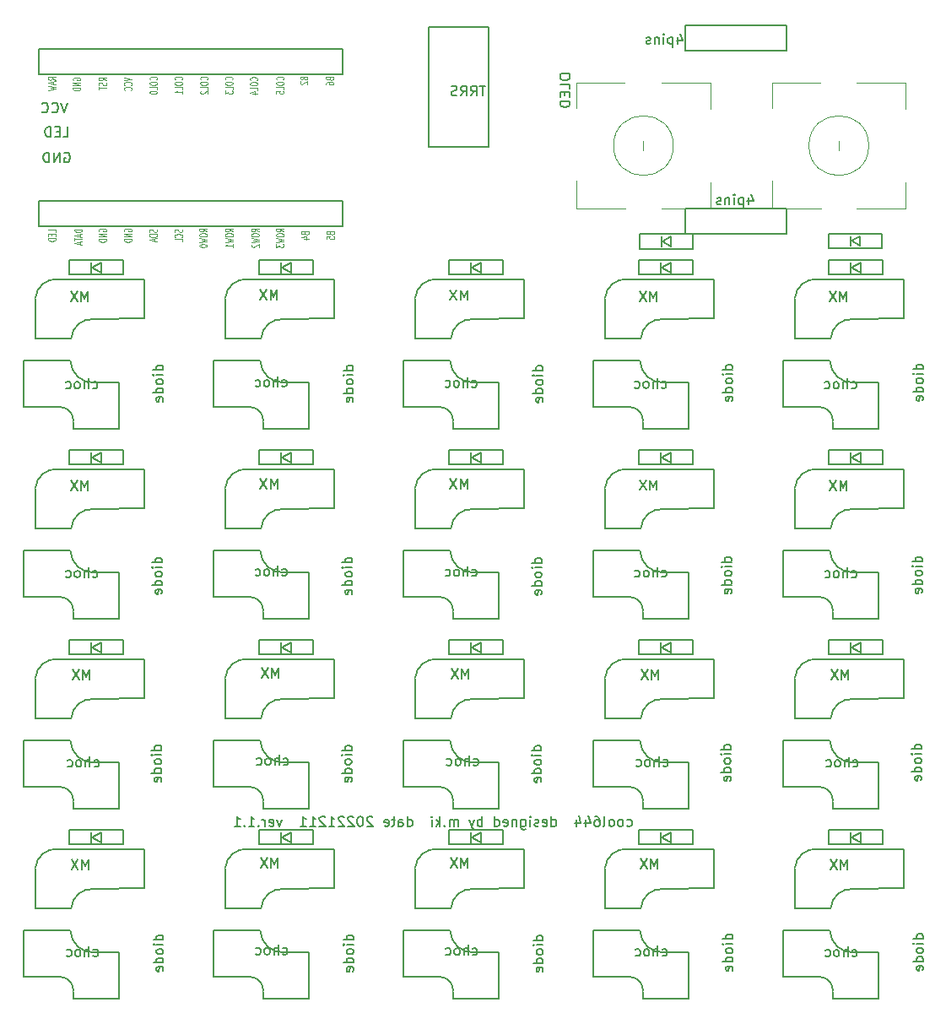
<source format=gbr>
G04 #@! TF.GenerationSoftware,KiCad,Pcbnew,(5.1.6-0-10_14)*
G04 #@! TF.CreationDate,2022-12-11T18:06:32+09:00*
G04 #@! TF.ProjectId,cool644,636f6f6c-3634-4342-9e6b-696361645f70,rev?*
G04 #@! TF.SameCoordinates,Original*
G04 #@! TF.FileFunction,Legend,Bot*
G04 #@! TF.FilePolarity,Positive*
%FSLAX46Y46*%
G04 Gerber Fmt 4.6, Leading zero omitted, Abs format (unit mm)*
G04 Created by KiCad (PCBNEW (5.1.6-0-10_14)) date 2022-12-11 18:06:32*
%MOMM*%
%LPD*%
G01*
G04 APERTURE LIST*
%ADD10C,0.150000*%
%ADD11C,0.120000*%
%ADD12C,0.125000*%
G04 APERTURE END LIST*
D10*
X46542380Y27222380D02*
X46542380Y27031904D01*
X46590000Y26936666D01*
X46685238Y26841428D01*
X46875714Y26793809D01*
X47209047Y26793809D01*
X47399523Y26841428D01*
X47494761Y26936666D01*
X47542380Y27031904D01*
X47542380Y27222380D01*
X47494761Y27317619D01*
X47399523Y27412857D01*
X47209047Y27460476D01*
X46875714Y27460476D01*
X46685238Y27412857D01*
X46590000Y27317619D01*
X46542380Y27222380D01*
X47542380Y25889047D02*
X47542380Y26365238D01*
X46542380Y26365238D01*
X47018571Y25555714D02*
X47018571Y25222380D01*
X47542380Y25079523D02*
X47542380Y25555714D01*
X46542380Y25555714D01*
X46542380Y25079523D01*
X47542380Y24650952D02*
X46542380Y24650952D01*
X46542380Y24412857D01*
X46590000Y24270000D01*
X46685238Y24174761D01*
X46780476Y24127142D01*
X46970952Y24079523D01*
X47113809Y24079523D01*
X47304285Y24127142D01*
X47399523Y24174761D01*
X47494761Y24270000D01*
X47542380Y24412857D01*
X47542380Y24650952D01*
X75319523Y-14382380D02*
X75319523Y-13382380D01*
X74986190Y-14096666D01*
X74652857Y-13382380D01*
X74652857Y-14382380D01*
X74271904Y-13382380D02*
X73605238Y-14382380D01*
X73605238Y-13382380D02*
X74271904Y-14382380D01*
X-810476Y-14372380D02*
X-810476Y-13372380D01*
X-1143809Y-14086666D01*
X-1477142Y-13372380D01*
X-1477142Y-14372380D01*
X-1858095Y-13372380D02*
X-2524761Y-14372380D01*
X-2524761Y-13372380D02*
X-1858095Y-14372380D01*
X37239523Y-14242380D02*
X37239523Y-13242380D01*
X36906190Y-13956666D01*
X36572857Y-13242380D01*
X36572857Y-14242380D01*
X36191904Y-13242380D02*
X35525238Y-14242380D01*
X35525238Y-13242380D02*
X36191904Y-14242380D01*
X18655238Y-22874761D02*
X18750476Y-22922380D01*
X18940952Y-22922380D01*
X19036190Y-22874761D01*
X19083809Y-22827142D01*
X19131428Y-22731904D01*
X19131428Y-22446190D01*
X19083809Y-22350952D01*
X19036190Y-22303333D01*
X18940952Y-22255714D01*
X18750476Y-22255714D01*
X18655238Y-22303333D01*
X18226666Y-22922380D02*
X18226666Y-21922380D01*
X17798095Y-22922380D02*
X17798095Y-22398571D01*
X17845714Y-22303333D01*
X17940952Y-22255714D01*
X18083809Y-22255714D01*
X18179047Y-22303333D01*
X18226666Y-22350952D01*
X17179047Y-22922380D02*
X17274285Y-22874761D01*
X17321904Y-22827142D01*
X17369523Y-22731904D01*
X17369523Y-22446190D01*
X17321904Y-22350952D01*
X17274285Y-22303333D01*
X17179047Y-22255714D01*
X17036190Y-22255714D01*
X16940952Y-22303333D01*
X16893333Y-22350952D01*
X16845714Y-22446190D01*
X16845714Y-22731904D01*
X16893333Y-22827142D01*
X16940952Y-22874761D01*
X17036190Y-22922380D01*
X17179047Y-22922380D01*
X15988571Y-22874761D02*
X16083809Y-22922380D01*
X16274285Y-22922380D01*
X16369523Y-22874761D01*
X16417142Y-22827142D01*
X16464761Y-22731904D01*
X16464761Y-22446190D01*
X16417142Y-22350952D01*
X16369523Y-22303333D01*
X16274285Y-22255714D01*
X16083809Y-22255714D01*
X15988571Y-22303333D01*
X37715238Y-22924761D02*
X37810476Y-22972380D01*
X38000952Y-22972380D01*
X38096190Y-22924761D01*
X38143809Y-22877142D01*
X38191428Y-22781904D01*
X38191428Y-22496190D01*
X38143809Y-22400952D01*
X38096190Y-22353333D01*
X38000952Y-22305714D01*
X37810476Y-22305714D01*
X37715238Y-22353333D01*
X37286666Y-22972380D02*
X37286666Y-21972380D01*
X36858095Y-22972380D02*
X36858095Y-22448571D01*
X36905714Y-22353333D01*
X37000952Y-22305714D01*
X37143809Y-22305714D01*
X37239047Y-22353333D01*
X37286666Y-22400952D01*
X36239047Y-22972380D02*
X36334285Y-22924761D01*
X36381904Y-22877142D01*
X36429523Y-22781904D01*
X36429523Y-22496190D01*
X36381904Y-22400952D01*
X36334285Y-22353333D01*
X36239047Y-22305714D01*
X36096190Y-22305714D01*
X36000952Y-22353333D01*
X35953333Y-22400952D01*
X35905714Y-22496190D01*
X35905714Y-22781904D01*
X35953333Y-22877142D01*
X36000952Y-22924761D01*
X36096190Y-22972380D01*
X36239047Y-22972380D01*
X35048571Y-22924761D02*
X35143809Y-22972380D01*
X35334285Y-22972380D01*
X35429523Y-22924761D01*
X35477142Y-22877142D01*
X35524761Y-22781904D01*
X35524761Y-22496190D01*
X35477142Y-22400952D01*
X35429523Y-22353333D01*
X35334285Y-22305714D01*
X35143809Y-22305714D01*
X35048571Y-22353333D01*
X37705238Y-3974761D02*
X37800476Y-4022380D01*
X37990952Y-4022380D01*
X38086190Y-3974761D01*
X38133809Y-3927142D01*
X38181428Y-3831904D01*
X38181428Y-3546190D01*
X38133809Y-3450952D01*
X38086190Y-3403333D01*
X37990952Y-3355714D01*
X37800476Y-3355714D01*
X37705238Y-3403333D01*
X37276666Y-4022380D02*
X37276666Y-3022380D01*
X36848095Y-4022380D02*
X36848095Y-3498571D01*
X36895714Y-3403333D01*
X36990952Y-3355714D01*
X37133809Y-3355714D01*
X37229047Y-3403333D01*
X37276666Y-3450952D01*
X36229047Y-4022380D02*
X36324285Y-3974761D01*
X36371904Y-3927142D01*
X36419523Y-3831904D01*
X36419523Y-3546190D01*
X36371904Y-3450952D01*
X36324285Y-3403333D01*
X36229047Y-3355714D01*
X36086190Y-3355714D01*
X35990952Y-3403333D01*
X35943333Y-3450952D01*
X35895714Y-3546190D01*
X35895714Y-3831904D01*
X35943333Y-3927142D01*
X35990952Y-3974761D01*
X36086190Y-4022380D01*
X36229047Y-4022380D01*
X35038571Y-3974761D02*
X35133809Y-4022380D01*
X35324285Y-4022380D01*
X35419523Y-3974761D01*
X35467142Y-3927142D01*
X35514761Y-3831904D01*
X35514761Y-3546190D01*
X35467142Y-3450952D01*
X35419523Y-3403333D01*
X35324285Y-3355714D01*
X35133809Y-3355714D01*
X35038571Y-3403333D01*
X56735238Y-23014761D02*
X56830476Y-23062380D01*
X57020952Y-23062380D01*
X57116190Y-23014761D01*
X57163809Y-22967142D01*
X57211428Y-22871904D01*
X57211428Y-22586190D01*
X57163809Y-22490952D01*
X57116190Y-22443333D01*
X57020952Y-22395714D01*
X56830476Y-22395714D01*
X56735238Y-22443333D01*
X56306666Y-23062380D02*
X56306666Y-22062380D01*
X55878095Y-23062380D02*
X55878095Y-22538571D01*
X55925714Y-22443333D01*
X56020952Y-22395714D01*
X56163809Y-22395714D01*
X56259047Y-22443333D01*
X56306666Y-22490952D01*
X55259047Y-23062380D02*
X55354285Y-23014761D01*
X55401904Y-22967142D01*
X55449523Y-22871904D01*
X55449523Y-22586190D01*
X55401904Y-22490952D01*
X55354285Y-22443333D01*
X55259047Y-22395714D01*
X55116190Y-22395714D01*
X55020952Y-22443333D01*
X54973333Y-22490952D01*
X54925714Y-22586190D01*
X54925714Y-22871904D01*
X54973333Y-22967142D01*
X55020952Y-23014761D01*
X55116190Y-23062380D01*
X55259047Y-23062380D01*
X54068571Y-23014761D02*
X54163809Y-23062380D01*
X54354285Y-23062380D01*
X54449523Y-23014761D01*
X54497142Y-22967142D01*
X54544761Y-22871904D01*
X54544761Y-22586190D01*
X54497142Y-22490952D01*
X54449523Y-22443333D01*
X54354285Y-22395714D01*
X54163809Y-22395714D01*
X54068571Y-22443333D01*
X18169523Y4757619D02*
X18169523Y5757619D01*
X17836190Y5043333D01*
X17502857Y5757619D01*
X17502857Y4757619D01*
X17121904Y5757619D02*
X16455238Y4757619D01*
X16455238Y5757619D02*
X17121904Y4757619D01*
X18179523Y-14192380D02*
X18179523Y-13192380D01*
X17846190Y-13906666D01*
X17512857Y-13192380D01*
X17512857Y-14192380D01*
X17131904Y-13192380D02*
X16465238Y-14192380D01*
X16465238Y-13192380D02*
X17131904Y-14192380D01*
X37229523Y4707619D02*
X37229523Y5707619D01*
X36896190Y4993333D01*
X36562857Y5707619D01*
X36562857Y4707619D01*
X36181904Y5707619D02*
X35515238Y4707619D01*
X35515238Y5707619D02*
X36181904Y4707619D01*
X75795238Y-23064761D02*
X75890476Y-23112380D01*
X76080952Y-23112380D01*
X76176190Y-23064761D01*
X76223809Y-23017142D01*
X76271428Y-22921904D01*
X76271428Y-22636190D01*
X76223809Y-22540952D01*
X76176190Y-22493333D01*
X76080952Y-22445714D01*
X75890476Y-22445714D01*
X75795238Y-22493333D01*
X75366666Y-23112380D02*
X75366666Y-22112380D01*
X74938095Y-23112380D02*
X74938095Y-22588571D01*
X74985714Y-22493333D01*
X75080952Y-22445714D01*
X75223809Y-22445714D01*
X75319047Y-22493333D01*
X75366666Y-22540952D01*
X74319047Y-23112380D02*
X74414285Y-23064761D01*
X74461904Y-23017142D01*
X74509523Y-22921904D01*
X74509523Y-22636190D01*
X74461904Y-22540952D01*
X74414285Y-22493333D01*
X74319047Y-22445714D01*
X74176190Y-22445714D01*
X74080952Y-22493333D01*
X74033333Y-22540952D01*
X73985714Y-22636190D01*
X73985714Y-22921904D01*
X74033333Y-23017142D01*
X74080952Y-23064761D01*
X74176190Y-23112380D01*
X74319047Y-23112380D01*
X73128571Y-23064761D02*
X73223809Y-23112380D01*
X73414285Y-23112380D01*
X73509523Y-23064761D01*
X73557142Y-23017142D01*
X73604761Y-22921904D01*
X73604761Y-22636190D01*
X73557142Y-22540952D01*
X73509523Y-22493333D01*
X73414285Y-22445714D01*
X73223809Y-22445714D01*
X73128571Y-22493333D01*
X56259523Y-14332380D02*
X56259523Y-13332380D01*
X55926190Y-14046666D01*
X55592857Y-13332380D01*
X55592857Y-14332380D01*
X55211904Y-13332380D02*
X54545238Y-14332380D01*
X54545238Y-13332380D02*
X55211904Y-14332380D01*
X-334761Y-23054761D02*
X-239523Y-23102380D01*
X-49047Y-23102380D01*
X46190Y-23054761D01*
X93809Y-23007142D01*
X141428Y-22911904D01*
X141428Y-22626190D01*
X93809Y-22530952D01*
X46190Y-22483333D01*
X-49047Y-22435714D01*
X-239523Y-22435714D01*
X-334761Y-22483333D01*
X-763333Y-23102380D02*
X-763333Y-22102380D01*
X-1191904Y-23102380D02*
X-1191904Y-22578571D01*
X-1144285Y-22483333D01*
X-1049047Y-22435714D01*
X-906190Y-22435714D01*
X-810952Y-22483333D01*
X-763333Y-22530952D01*
X-1810952Y-23102380D02*
X-1715714Y-23054761D01*
X-1668095Y-23007142D01*
X-1620476Y-22911904D01*
X-1620476Y-22626190D01*
X-1668095Y-22530952D01*
X-1715714Y-22483333D01*
X-1810952Y-22435714D01*
X-1953809Y-22435714D01*
X-2049047Y-22483333D01*
X-2096666Y-22530952D01*
X-2144285Y-22626190D01*
X-2144285Y-22911904D01*
X-2096666Y-23007142D01*
X-2049047Y-23054761D01*
X-1953809Y-23102380D01*
X-1810952Y-23102380D01*
X-3001428Y-23054761D02*
X-2906190Y-23102380D01*
X-2715714Y-23102380D01*
X-2620476Y-23054761D01*
X-2572857Y-23007142D01*
X-2525238Y-22911904D01*
X-2525238Y-22626190D01*
X-2572857Y-22530952D01*
X-2620476Y-22483333D01*
X-2715714Y-22435714D01*
X-2906190Y-22435714D01*
X-3001428Y-22483333D01*
X82992380Y-59352857D02*
X81992380Y-59352857D01*
X82944761Y-59352857D02*
X82992380Y-59257619D01*
X82992380Y-59067142D01*
X82944761Y-58971904D01*
X82897142Y-58924285D01*
X82801904Y-58876666D01*
X82516190Y-58876666D01*
X82420952Y-58924285D01*
X82373333Y-58971904D01*
X82325714Y-59067142D01*
X82325714Y-59257619D01*
X82373333Y-59352857D01*
X82992380Y-59829047D02*
X82325714Y-59829047D01*
X81992380Y-59829047D02*
X82040000Y-59781428D01*
X82087619Y-59829047D01*
X82040000Y-59876666D01*
X81992380Y-59829047D01*
X82087619Y-59829047D01*
X82992380Y-60448095D02*
X82944761Y-60352857D01*
X82897142Y-60305238D01*
X82801904Y-60257619D01*
X82516190Y-60257619D01*
X82420952Y-60305238D01*
X82373333Y-60352857D01*
X82325714Y-60448095D01*
X82325714Y-60590952D01*
X82373333Y-60686190D01*
X82420952Y-60733809D01*
X82516190Y-60781428D01*
X82801904Y-60781428D01*
X82897142Y-60733809D01*
X82944761Y-60686190D01*
X82992380Y-60590952D01*
X82992380Y-60448095D01*
X82992380Y-61638571D02*
X81992380Y-61638571D01*
X82944761Y-61638571D02*
X82992380Y-61543333D01*
X82992380Y-61352857D01*
X82944761Y-61257619D01*
X82897142Y-61210000D01*
X82801904Y-61162380D01*
X82516190Y-61162380D01*
X82420952Y-61210000D01*
X82373333Y-61257619D01*
X82325714Y-61352857D01*
X82325714Y-61543333D01*
X82373333Y-61638571D01*
X82944761Y-62495714D02*
X82992380Y-62400476D01*
X82992380Y-62210000D01*
X82944761Y-62114761D01*
X82849523Y-62067142D01*
X82468571Y-62067142D01*
X82373333Y-62114761D01*
X82325714Y-62210000D01*
X82325714Y-62400476D01*
X82373333Y-62495714D01*
X82468571Y-62543333D01*
X82563809Y-62543333D01*
X82659047Y-62067142D01*
X18645238Y-3924761D02*
X18740476Y-3972380D01*
X18930952Y-3972380D01*
X19026190Y-3924761D01*
X19073809Y-3877142D01*
X19121428Y-3781904D01*
X19121428Y-3496190D01*
X19073809Y-3400952D01*
X19026190Y-3353333D01*
X18930952Y-3305714D01*
X18740476Y-3305714D01*
X18645238Y-3353333D01*
X18216666Y-3972380D02*
X18216666Y-2972380D01*
X17788095Y-3972380D02*
X17788095Y-3448571D01*
X17835714Y-3353333D01*
X17930952Y-3305714D01*
X18073809Y-3305714D01*
X18169047Y-3353333D01*
X18216666Y-3400952D01*
X17169047Y-3972380D02*
X17264285Y-3924761D01*
X17311904Y-3877142D01*
X17359523Y-3781904D01*
X17359523Y-3496190D01*
X17311904Y-3400952D01*
X17264285Y-3353333D01*
X17169047Y-3305714D01*
X17026190Y-3305714D01*
X16930952Y-3353333D01*
X16883333Y-3400952D01*
X16835714Y-3496190D01*
X16835714Y-3781904D01*
X16883333Y-3877142D01*
X16930952Y-3924761D01*
X17026190Y-3972380D01*
X17169047Y-3972380D01*
X15978571Y-3924761D02*
X16073809Y-3972380D01*
X16264285Y-3972380D01*
X16359523Y-3924761D01*
X16407142Y-3877142D01*
X16454761Y-3781904D01*
X16454761Y-3496190D01*
X16407142Y-3400952D01*
X16359523Y-3353333D01*
X16264285Y-3305714D01*
X16073809Y-3305714D01*
X15978571Y-3353333D01*
X53262380Y-48014761D02*
X53357619Y-48062380D01*
X53548095Y-48062380D01*
X53643333Y-48014761D01*
X53690952Y-47967142D01*
X53738571Y-47871904D01*
X53738571Y-47586190D01*
X53690952Y-47490952D01*
X53643333Y-47443333D01*
X53548095Y-47395714D01*
X53357619Y-47395714D01*
X53262380Y-47443333D01*
X52690952Y-48062380D02*
X52786190Y-48014761D01*
X52833809Y-47967142D01*
X52881428Y-47871904D01*
X52881428Y-47586190D01*
X52833809Y-47490952D01*
X52786190Y-47443333D01*
X52690952Y-47395714D01*
X52548095Y-47395714D01*
X52452857Y-47443333D01*
X52405238Y-47490952D01*
X52357619Y-47586190D01*
X52357619Y-47871904D01*
X52405238Y-47967142D01*
X52452857Y-48014761D01*
X52548095Y-48062380D01*
X52690952Y-48062380D01*
X51786190Y-48062380D02*
X51881428Y-48014761D01*
X51929047Y-47967142D01*
X51976666Y-47871904D01*
X51976666Y-47586190D01*
X51929047Y-47490952D01*
X51881428Y-47443333D01*
X51786190Y-47395714D01*
X51643333Y-47395714D01*
X51548095Y-47443333D01*
X51500476Y-47490952D01*
X51452857Y-47586190D01*
X51452857Y-47871904D01*
X51500476Y-47967142D01*
X51548095Y-48014761D01*
X51643333Y-48062380D01*
X51786190Y-48062380D01*
X50881428Y-48062380D02*
X50976666Y-48014761D01*
X51024285Y-47919523D01*
X51024285Y-47062380D01*
X50071904Y-47062380D02*
X50262380Y-47062380D01*
X50357619Y-47110000D01*
X50405238Y-47157619D01*
X50500476Y-47300476D01*
X50548095Y-47490952D01*
X50548095Y-47871904D01*
X50500476Y-47967142D01*
X50452857Y-48014761D01*
X50357619Y-48062380D01*
X50167142Y-48062380D01*
X50071904Y-48014761D01*
X50024285Y-47967142D01*
X49976666Y-47871904D01*
X49976666Y-47633809D01*
X50024285Y-47538571D01*
X50071904Y-47490952D01*
X50167142Y-47443333D01*
X50357619Y-47443333D01*
X50452857Y-47490952D01*
X50500476Y-47538571D01*
X50548095Y-47633809D01*
X49119523Y-47395714D02*
X49119523Y-48062380D01*
X49357619Y-47014761D02*
X49595714Y-47729047D01*
X48976666Y-47729047D01*
X48167142Y-47395714D02*
X48167142Y-48062380D01*
X48405238Y-47014761D02*
X48643333Y-47729047D01*
X48024285Y-47729047D01*
X45690952Y-48062380D02*
X45690952Y-47062380D01*
X45690952Y-48014761D02*
X45786190Y-48062380D01*
X45976666Y-48062380D01*
X46071904Y-48014761D01*
X46119523Y-47967142D01*
X46167142Y-47871904D01*
X46167142Y-47586190D01*
X46119523Y-47490952D01*
X46071904Y-47443333D01*
X45976666Y-47395714D01*
X45786190Y-47395714D01*
X45690952Y-47443333D01*
X44833809Y-48014761D02*
X44929047Y-48062380D01*
X45119523Y-48062380D01*
X45214761Y-48014761D01*
X45262380Y-47919523D01*
X45262380Y-47538571D01*
X45214761Y-47443333D01*
X45119523Y-47395714D01*
X44929047Y-47395714D01*
X44833809Y-47443333D01*
X44786190Y-47538571D01*
X44786190Y-47633809D01*
X45262380Y-47729047D01*
X44405238Y-48014761D02*
X44309999Y-48062380D01*
X44119523Y-48062380D01*
X44024285Y-48014761D01*
X43976666Y-47919523D01*
X43976666Y-47871904D01*
X44024285Y-47776666D01*
X44119523Y-47729047D01*
X44262380Y-47729047D01*
X44357619Y-47681428D01*
X44405238Y-47586190D01*
X44405238Y-47538571D01*
X44357619Y-47443333D01*
X44262380Y-47395714D01*
X44119523Y-47395714D01*
X44024285Y-47443333D01*
X43548095Y-48062380D02*
X43548095Y-47395714D01*
X43548095Y-47062380D02*
X43595714Y-47110000D01*
X43548095Y-47157619D01*
X43500476Y-47110000D01*
X43548095Y-47062380D01*
X43548095Y-47157619D01*
X42643333Y-47395714D02*
X42643333Y-48205238D01*
X42690952Y-48300476D01*
X42738571Y-48348095D01*
X42833809Y-48395714D01*
X42976666Y-48395714D01*
X43071904Y-48348095D01*
X42643333Y-48014761D02*
X42738571Y-48062380D01*
X42929047Y-48062380D01*
X43024285Y-48014761D01*
X43071904Y-47967142D01*
X43119523Y-47871904D01*
X43119523Y-47586190D01*
X43071904Y-47490952D01*
X43024285Y-47443333D01*
X42929047Y-47395714D01*
X42738571Y-47395714D01*
X42643333Y-47443333D01*
X42167142Y-47395714D02*
X42167142Y-48062380D01*
X42167142Y-47490952D02*
X42119523Y-47443333D01*
X42024285Y-47395714D01*
X41881428Y-47395714D01*
X41786190Y-47443333D01*
X41738571Y-47538571D01*
X41738571Y-48062380D01*
X40881428Y-48014761D02*
X40976666Y-48062380D01*
X41167142Y-48062380D01*
X41262380Y-48014761D01*
X41309999Y-47919523D01*
X41309999Y-47538571D01*
X41262380Y-47443333D01*
X41167142Y-47395714D01*
X40976666Y-47395714D01*
X40881428Y-47443333D01*
X40833809Y-47538571D01*
X40833809Y-47633809D01*
X41309999Y-47729047D01*
X39976666Y-48062380D02*
X39976666Y-47062380D01*
X39976666Y-48014761D02*
X40071904Y-48062380D01*
X40262380Y-48062380D01*
X40357619Y-48014761D01*
X40405238Y-47967142D01*
X40452857Y-47871904D01*
X40452857Y-47586190D01*
X40405238Y-47490952D01*
X40357619Y-47443333D01*
X40262380Y-47395714D01*
X40071904Y-47395714D01*
X39976666Y-47443333D01*
X38738571Y-48062380D02*
X38738571Y-47062380D01*
X38738571Y-47443333D02*
X38643333Y-47395714D01*
X38452857Y-47395714D01*
X38357619Y-47443333D01*
X38309999Y-47490952D01*
X38262380Y-47586190D01*
X38262380Y-47871904D01*
X38309999Y-47967142D01*
X38357619Y-48014761D01*
X38452857Y-48062380D01*
X38643333Y-48062380D01*
X38738571Y-48014761D01*
X37929047Y-47395714D02*
X37690952Y-48062380D01*
X37452857Y-47395714D02*
X37690952Y-48062380D01*
X37786190Y-48300476D01*
X37833809Y-48348095D01*
X37929047Y-48395714D01*
X36309999Y-48062380D02*
X36309999Y-47395714D01*
X36309999Y-47490952D02*
X36262380Y-47443333D01*
X36167142Y-47395714D01*
X36024285Y-47395714D01*
X35929047Y-47443333D01*
X35881428Y-47538571D01*
X35881428Y-48062380D01*
X35881428Y-47538571D02*
X35833809Y-47443333D01*
X35738571Y-47395714D01*
X35595714Y-47395714D01*
X35500476Y-47443333D01*
X35452857Y-47538571D01*
X35452857Y-48062380D01*
X34976666Y-47967142D02*
X34929047Y-48014761D01*
X34976666Y-48062380D01*
X35024285Y-48014761D01*
X34976666Y-47967142D01*
X34976666Y-48062380D01*
X34500476Y-48062380D02*
X34500476Y-47062380D01*
X34405238Y-47681428D02*
X34119523Y-48062380D01*
X34119523Y-47395714D02*
X34500476Y-47776666D01*
X33690952Y-48062380D02*
X33690952Y-47395714D01*
X33690952Y-47062380D02*
X33738571Y-47110000D01*
X33690952Y-47157619D01*
X33643333Y-47110000D01*
X33690952Y-47062380D01*
X33690952Y-47157619D01*
X31262380Y-48062380D02*
X31262380Y-47062380D01*
X31262380Y-48014761D02*
X31357619Y-48062380D01*
X31548095Y-48062380D01*
X31643333Y-48014761D01*
X31690952Y-47967142D01*
X31738571Y-47871904D01*
X31738571Y-47586190D01*
X31690952Y-47490952D01*
X31643333Y-47443333D01*
X31548095Y-47395714D01*
X31357619Y-47395714D01*
X31262380Y-47443333D01*
X30357619Y-48062380D02*
X30357619Y-47538571D01*
X30405238Y-47443333D01*
X30500476Y-47395714D01*
X30690952Y-47395714D01*
X30786190Y-47443333D01*
X30357619Y-48014761D02*
X30452857Y-48062380D01*
X30690952Y-48062380D01*
X30786190Y-48014761D01*
X30833809Y-47919523D01*
X30833809Y-47824285D01*
X30786190Y-47729047D01*
X30690952Y-47681428D01*
X30452857Y-47681428D01*
X30357619Y-47633809D01*
X30024285Y-47395714D02*
X29643333Y-47395714D01*
X29881428Y-47062380D02*
X29881428Y-47919523D01*
X29833809Y-48014761D01*
X29738571Y-48062380D01*
X29643333Y-48062380D01*
X28929047Y-48014761D02*
X29024285Y-48062380D01*
X29214761Y-48062380D01*
X29309999Y-48014761D01*
X29357619Y-47919523D01*
X29357619Y-47538571D01*
X29309999Y-47443333D01*
X29214761Y-47395714D01*
X29024285Y-47395714D01*
X28929047Y-47443333D01*
X28881428Y-47538571D01*
X28881428Y-47633809D01*
X29357619Y-47729047D01*
X27738571Y-47157619D02*
X27690952Y-47110000D01*
X27595714Y-47062380D01*
X27357619Y-47062380D01*
X27262380Y-47110000D01*
X27214761Y-47157619D01*
X27167142Y-47252857D01*
X27167142Y-47348095D01*
X27214761Y-47490952D01*
X27786190Y-48062380D01*
X27167142Y-48062380D01*
X26548095Y-47062380D02*
X26452857Y-47062380D01*
X26357619Y-47110000D01*
X26310000Y-47157619D01*
X26262380Y-47252857D01*
X26214761Y-47443333D01*
X26214761Y-47681428D01*
X26262380Y-47871904D01*
X26310000Y-47967142D01*
X26357619Y-48014761D01*
X26452857Y-48062380D01*
X26548095Y-48062380D01*
X26643333Y-48014761D01*
X26690952Y-47967142D01*
X26738571Y-47871904D01*
X26786190Y-47681428D01*
X26786190Y-47443333D01*
X26738571Y-47252857D01*
X26690952Y-47157619D01*
X26643333Y-47110000D01*
X26548095Y-47062380D01*
X25833809Y-47157619D02*
X25786190Y-47110000D01*
X25690952Y-47062380D01*
X25452857Y-47062380D01*
X25357619Y-47110000D01*
X25310000Y-47157619D01*
X25262380Y-47252857D01*
X25262380Y-47348095D01*
X25310000Y-47490952D01*
X25881428Y-48062380D01*
X25262380Y-48062380D01*
X24881428Y-47157619D02*
X24833809Y-47110000D01*
X24738571Y-47062380D01*
X24500476Y-47062380D01*
X24405238Y-47110000D01*
X24357619Y-47157619D01*
X24310000Y-47252857D01*
X24310000Y-47348095D01*
X24357619Y-47490952D01*
X24929047Y-48062380D01*
X24310000Y-48062380D01*
X23357619Y-48062380D02*
X23929047Y-48062380D01*
X23643333Y-48062380D02*
X23643333Y-47062380D01*
X23738571Y-47205238D01*
X23833809Y-47300476D01*
X23929047Y-47348095D01*
X22976666Y-47157619D02*
X22929047Y-47110000D01*
X22833809Y-47062380D01*
X22595714Y-47062380D01*
X22500476Y-47110000D01*
X22452857Y-47157619D01*
X22405238Y-47252857D01*
X22405238Y-47348095D01*
X22452857Y-47490952D01*
X23024285Y-48062380D01*
X22405238Y-48062380D01*
X21452857Y-48062380D02*
X22024285Y-48062380D01*
X21738571Y-48062380D02*
X21738571Y-47062380D01*
X21833809Y-47205238D01*
X21929047Y-47300476D01*
X22024285Y-47348095D01*
X20500476Y-48062380D02*
X21071904Y-48062380D01*
X20786190Y-48062380D02*
X20786190Y-47062380D01*
X20881428Y-47205238D01*
X20976666Y-47300476D01*
X21071904Y-47348095D01*
X18643333Y-47395714D02*
X18405238Y-48062380D01*
X18167142Y-47395714D01*
X17405238Y-48014761D02*
X17500476Y-48062380D01*
X17690952Y-48062380D01*
X17786190Y-48014761D01*
X17833809Y-47919523D01*
X17833809Y-47538571D01*
X17786190Y-47443333D01*
X17690952Y-47395714D01*
X17500476Y-47395714D01*
X17405238Y-47443333D01*
X17357619Y-47538571D01*
X17357619Y-47633809D01*
X17833809Y-47729047D01*
X16929047Y-48062380D02*
X16929047Y-47395714D01*
X16929047Y-47586190D02*
X16881428Y-47490952D01*
X16833809Y-47443333D01*
X16738571Y-47395714D01*
X16643333Y-47395714D01*
X16310000Y-47967142D02*
X16262380Y-48014761D01*
X16310000Y-48062380D01*
X16357619Y-48014761D01*
X16310000Y-47967142D01*
X16310000Y-48062380D01*
X15310000Y-48062380D02*
X15881428Y-48062380D01*
X15595714Y-48062380D02*
X15595714Y-47062380D01*
X15690952Y-47205238D01*
X15786190Y-47300476D01*
X15881428Y-47348095D01*
X14881428Y-47967142D02*
X14833809Y-48014761D01*
X14881428Y-48062380D01*
X14929047Y-48014761D01*
X14881428Y-47967142D01*
X14881428Y-48062380D01*
X13881428Y-48062380D02*
X14452857Y-48062380D01*
X14167142Y-48062380D02*
X14167142Y-47062380D01*
X14262380Y-47205238D01*
X14357619Y-47300476D01*
X14452857Y-47348095D01*
X25792380Y-2322857D02*
X24792380Y-2322857D01*
X25744761Y-2322857D02*
X25792380Y-2227619D01*
X25792380Y-2037142D01*
X25744761Y-1941904D01*
X25697142Y-1894285D01*
X25601904Y-1846666D01*
X25316190Y-1846666D01*
X25220952Y-1894285D01*
X25173333Y-1941904D01*
X25125714Y-2037142D01*
X25125714Y-2227619D01*
X25173333Y-2322857D01*
X25792380Y-2799047D02*
X25125714Y-2799047D01*
X24792380Y-2799047D02*
X24840000Y-2751428D01*
X24887619Y-2799047D01*
X24840000Y-2846666D01*
X24792380Y-2799047D01*
X24887619Y-2799047D01*
X25792380Y-3418095D02*
X25744761Y-3322857D01*
X25697142Y-3275238D01*
X25601904Y-3227619D01*
X25316190Y-3227619D01*
X25220952Y-3275238D01*
X25173333Y-3322857D01*
X25125714Y-3418095D01*
X25125714Y-3560952D01*
X25173333Y-3656190D01*
X25220952Y-3703809D01*
X25316190Y-3751428D01*
X25601904Y-3751428D01*
X25697142Y-3703809D01*
X25744761Y-3656190D01*
X25792380Y-3560952D01*
X25792380Y-3418095D01*
X25792380Y-4608571D02*
X24792380Y-4608571D01*
X25744761Y-4608571D02*
X25792380Y-4513333D01*
X25792380Y-4322857D01*
X25744761Y-4227619D01*
X25697142Y-4180000D01*
X25601904Y-4132380D01*
X25316190Y-4132380D01*
X25220952Y-4180000D01*
X25173333Y-4227619D01*
X25125714Y-4322857D01*
X25125714Y-4513333D01*
X25173333Y-4608571D01*
X25744761Y-5465714D02*
X25792380Y-5370476D01*
X25792380Y-5180000D01*
X25744761Y-5084761D01*
X25649523Y-5037142D01*
X25268571Y-5037142D01*
X25173333Y-5084761D01*
X25125714Y-5180000D01*
X25125714Y-5370476D01*
X25173333Y-5465714D01*
X25268571Y-5513333D01*
X25363809Y-5513333D01*
X25459047Y-5037142D01*
X-344761Y-4104761D02*
X-249523Y-4152380D01*
X-59047Y-4152380D01*
X36190Y-4104761D01*
X83809Y-4057142D01*
X131428Y-3961904D01*
X131428Y-3676190D01*
X83809Y-3580952D01*
X36190Y-3533333D01*
X-59047Y-3485714D01*
X-249523Y-3485714D01*
X-344761Y-3533333D01*
X-773333Y-4152380D02*
X-773333Y-3152380D01*
X-1201904Y-4152380D02*
X-1201904Y-3628571D01*
X-1154285Y-3533333D01*
X-1059047Y-3485714D01*
X-916190Y-3485714D01*
X-820952Y-3533333D01*
X-773333Y-3580952D01*
X-1820952Y-4152380D02*
X-1725714Y-4104761D01*
X-1678095Y-4057142D01*
X-1630476Y-3961904D01*
X-1630476Y-3676190D01*
X-1678095Y-3580952D01*
X-1725714Y-3533333D01*
X-1820952Y-3485714D01*
X-1963809Y-3485714D01*
X-2059047Y-3533333D01*
X-2106666Y-3580952D01*
X-2154285Y-3676190D01*
X-2154285Y-3961904D01*
X-2106666Y-4057142D01*
X-2059047Y-4104761D01*
X-1963809Y-4152380D01*
X-1820952Y-4152380D01*
X-3011428Y-4104761D02*
X-2916190Y-4152380D01*
X-2725714Y-4152380D01*
X-2630476Y-4104761D01*
X-2582857Y-4057142D01*
X-2535238Y-3961904D01*
X-2535238Y-3676190D01*
X-2582857Y-3580952D01*
X-2630476Y-3533333D01*
X-2725714Y-3485714D01*
X-2916190Y-3485714D01*
X-3011428Y-3533333D01*
X63742380Y-21542857D02*
X62742380Y-21542857D01*
X63694761Y-21542857D02*
X63742380Y-21447619D01*
X63742380Y-21257142D01*
X63694761Y-21161904D01*
X63647142Y-21114285D01*
X63551904Y-21066666D01*
X63266190Y-21066666D01*
X63170952Y-21114285D01*
X63123333Y-21161904D01*
X63075714Y-21257142D01*
X63075714Y-21447619D01*
X63123333Y-21542857D01*
X63742380Y-22019047D02*
X63075714Y-22019047D01*
X62742380Y-22019047D02*
X62790000Y-21971428D01*
X62837619Y-22019047D01*
X62790000Y-22066666D01*
X62742380Y-22019047D01*
X62837619Y-22019047D01*
X63742380Y-22638095D02*
X63694761Y-22542857D01*
X63647142Y-22495238D01*
X63551904Y-22447619D01*
X63266190Y-22447619D01*
X63170952Y-22495238D01*
X63123333Y-22542857D01*
X63075714Y-22638095D01*
X63075714Y-22780952D01*
X63123333Y-22876190D01*
X63170952Y-22923809D01*
X63266190Y-22971428D01*
X63551904Y-22971428D01*
X63647142Y-22923809D01*
X63694761Y-22876190D01*
X63742380Y-22780952D01*
X63742380Y-22638095D01*
X63742380Y-23828571D02*
X62742380Y-23828571D01*
X63694761Y-23828571D02*
X63742380Y-23733333D01*
X63742380Y-23542857D01*
X63694761Y-23447619D01*
X63647142Y-23400000D01*
X63551904Y-23352380D01*
X63266190Y-23352380D01*
X63170952Y-23400000D01*
X63123333Y-23447619D01*
X63075714Y-23542857D01*
X63075714Y-23733333D01*
X63123333Y-23828571D01*
X63694761Y-24685714D02*
X63742380Y-24590476D01*
X63742380Y-24400000D01*
X63694761Y-24304761D01*
X63599523Y-24257142D01*
X63218571Y-24257142D01*
X63123333Y-24304761D01*
X63075714Y-24400000D01*
X63075714Y-24590476D01*
X63123333Y-24685714D01*
X63218571Y-24733333D01*
X63313809Y-24733333D01*
X63409047Y-24257142D01*
X44842380Y-59492857D02*
X43842380Y-59492857D01*
X44794761Y-59492857D02*
X44842380Y-59397619D01*
X44842380Y-59207142D01*
X44794761Y-59111904D01*
X44747142Y-59064285D01*
X44651904Y-59016666D01*
X44366190Y-59016666D01*
X44270952Y-59064285D01*
X44223333Y-59111904D01*
X44175714Y-59207142D01*
X44175714Y-59397619D01*
X44223333Y-59492857D01*
X44842380Y-59969047D02*
X44175714Y-59969047D01*
X43842380Y-59969047D02*
X43890000Y-59921428D01*
X43937619Y-59969047D01*
X43890000Y-60016666D01*
X43842380Y-59969047D01*
X43937619Y-59969047D01*
X44842380Y-60588095D02*
X44794761Y-60492857D01*
X44747142Y-60445238D01*
X44651904Y-60397619D01*
X44366190Y-60397619D01*
X44270952Y-60445238D01*
X44223333Y-60492857D01*
X44175714Y-60588095D01*
X44175714Y-60730952D01*
X44223333Y-60826190D01*
X44270952Y-60873809D01*
X44366190Y-60921428D01*
X44651904Y-60921428D01*
X44747142Y-60873809D01*
X44794761Y-60826190D01*
X44842380Y-60730952D01*
X44842380Y-60588095D01*
X44842380Y-61778571D02*
X43842380Y-61778571D01*
X44794761Y-61778571D02*
X44842380Y-61683333D01*
X44842380Y-61492857D01*
X44794761Y-61397619D01*
X44747142Y-61350000D01*
X44651904Y-61302380D01*
X44366190Y-61302380D01*
X44270952Y-61350000D01*
X44223333Y-61397619D01*
X44175714Y-61492857D01*
X44175714Y-61683333D01*
X44223333Y-61778571D01*
X44794761Y-62635714D02*
X44842380Y-62540476D01*
X44842380Y-62350000D01*
X44794761Y-62254761D01*
X44699523Y-62207142D01*
X44318571Y-62207142D01*
X44223333Y-62254761D01*
X44175714Y-62350000D01*
X44175714Y-62540476D01*
X44223333Y-62635714D01*
X44318571Y-62683333D01*
X44413809Y-62683333D01*
X44509047Y-62207142D01*
X6732380Y-59452857D02*
X5732380Y-59452857D01*
X6684761Y-59452857D02*
X6732380Y-59357619D01*
X6732380Y-59167142D01*
X6684761Y-59071904D01*
X6637142Y-59024285D01*
X6541904Y-58976666D01*
X6256190Y-58976666D01*
X6160952Y-59024285D01*
X6113333Y-59071904D01*
X6065714Y-59167142D01*
X6065714Y-59357619D01*
X6113333Y-59452857D01*
X6732380Y-59929047D02*
X6065714Y-59929047D01*
X5732380Y-59929047D02*
X5780000Y-59881428D01*
X5827619Y-59929047D01*
X5780000Y-59976666D01*
X5732380Y-59929047D01*
X5827619Y-59929047D01*
X6732380Y-60548095D02*
X6684761Y-60452857D01*
X6637142Y-60405238D01*
X6541904Y-60357619D01*
X6256190Y-60357619D01*
X6160952Y-60405238D01*
X6113333Y-60452857D01*
X6065714Y-60548095D01*
X6065714Y-60690952D01*
X6113333Y-60786190D01*
X6160952Y-60833809D01*
X6256190Y-60881428D01*
X6541904Y-60881428D01*
X6637142Y-60833809D01*
X6684761Y-60786190D01*
X6732380Y-60690952D01*
X6732380Y-60548095D01*
X6732380Y-61738571D02*
X5732380Y-61738571D01*
X6684761Y-61738571D02*
X6732380Y-61643333D01*
X6732380Y-61452857D01*
X6684761Y-61357619D01*
X6637142Y-61310000D01*
X6541904Y-61262380D01*
X6256190Y-61262380D01*
X6160952Y-61310000D01*
X6113333Y-61357619D01*
X6065714Y-61452857D01*
X6065714Y-61643333D01*
X6113333Y-61738571D01*
X6684761Y-62595714D02*
X6732380Y-62500476D01*
X6732380Y-62310000D01*
X6684761Y-62214761D01*
X6589523Y-62167142D01*
X6208571Y-62167142D01*
X6113333Y-62214761D01*
X6065714Y-62310000D01*
X6065714Y-62500476D01*
X6113333Y-62595714D01*
X6208571Y-62643333D01*
X6303809Y-62643333D01*
X6399047Y-62167142D01*
X18705238Y-60874761D02*
X18800476Y-60922380D01*
X18990952Y-60922380D01*
X19086190Y-60874761D01*
X19133809Y-60827142D01*
X19181428Y-60731904D01*
X19181428Y-60446190D01*
X19133809Y-60350952D01*
X19086190Y-60303333D01*
X18990952Y-60255714D01*
X18800476Y-60255714D01*
X18705238Y-60303333D01*
X18276666Y-60922380D02*
X18276666Y-59922380D01*
X17848095Y-60922380D02*
X17848095Y-60398571D01*
X17895714Y-60303333D01*
X17990952Y-60255714D01*
X18133809Y-60255714D01*
X18229047Y-60303333D01*
X18276666Y-60350952D01*
X17229047Y-60922380D02*
X17324285Y-60874761D01*
X17371904Y-60827142D01*
X17419523Y-60731904D01*
X17419523Y-60446190D01*
X17371904Y-60350952D01*
X17324285Y-60303333D01*
X17229047Y-60255714D01*
X17086190Y-60255714D01*
X16990952Y-60303333D01*
X16943333Y-60350952D01*
X16895714Y-60446190D01*
X16895714Y-60731904D01*
X16943333Y-60827142D01*
X16990952Y-60874761D01*
X17086190Y-60922380D01*
X17229047Y-60922380D01*
X16038571Y-60874761D02*
X16133809Y-60922380D01*
X16324285Y-60922380D01*
X16419523Y-60874761D01*
X16467142Y-60827142D01*
X16514761Y-60731904D01*
X16514761Y-60446190D01*
X16467142Y-60350952D01*
X16419523Y-60303333D01*
X16324285Y-60255714D01*
X16133809Y-60255714D01*
X16038571Y-60303333D01*
X56399523Y-33322380D02*
X56399523Y-32322380D01*
X56066190Y-33036666D01*
X55732857Y-32322380D01*
X55732857Y-33322380D01*
X55351904Y-32322380D02*
X54685238Y-33322380D01*
X54685238Y-32322380D02*
X55351904Y-33322380D01*
X37289523Y-52242380D02*
X37289523Y-51242380D01*
X36956190Y-51956666D01*
X36622857Y-51242380D01*
X36622857Y-52242380D01*
X36241904Y-51242380D02*
X35575238Y-52242380D01*
X35575238Y-51242380D02*
X36241904Y-52242380D01*
X75845238Y-61064761D02*
X75940476Y-61112380D01*
X76130952Y-61112380D01*
X76226190Y-61064761D01*
X76273809Y-61017142D01*
X76321428Y-60921904D01*
X76321428Y-60636190D01*
X76273809Y-60540952D01*
X76226190Y-60493333D01*
X76130952Y-60445714D01*
X75940476Y-60445714D01*
X75845238Y-60493333D01*
X75416666Y-61112380D02*
X75416666Y-60112380D01*
X74988095Y-61112380D02*
X74988095Y-60588571D01*
X75035714Y-60493333D01*
X75130952Y-60445714D01*
X75273809Y-60445714D01*
X75369047Y-60493333D01*
X75416666Y-60540952D01*
X74369047Y-61112380D02*
X74464285Y-61064761D01*
X74511904Y-61017142D01*
X74559523Y-60921904D01*
X74559523Y-60636190D01*
X74511904Y-60540952D01*
X74464285Y-60493333D01*
X74369047Y-60445714D01*
X74226190Y-60445714D01*
X74130952Y-60493333D01*
X74083333Y-60540952D01*
X74035714Y-60636190D01*
X74035714Y-60921904D01*
X74083333Y-61017142D01*
X74130952Y-61064761D01*
X74226190Y-61112380D01*
X74369047Y-61112380D01*
X73178571Y-61064761D02*
X73273809Y-61112380D01*
X73464285Y-61112380D01*
X73559523Y-61064761D01*
X73607142Y-61017142D01*
X73654761Y-60921904D01*
X73654761Y-60636190D01*
X73607142Y-60540952D01*
X73559523Y-60493333D01*
X73464285Y-60445714D01*
X73273809Y-60445714D01*
X73178571Y-60493333D01*
X56249523Y4617619D02*
X56249523Y5617619D01*
X55916190Y4903333D01*
X55582857Y5617619D01*
X55582857Y4617619D01*
X55201904Y5617619D02*
X54535238Y4617619D01*
X54535238Y5617619D02*
X55201904Y4617619D01*
X-820476Y4577619D02*
X-820476Y5577619D01*
X-1153809Y4863333D01*
X-1487142Y5577619D01*
X-1487142Y4577619D01*
X-1868095Y5577619D02*
X-2534761Y4577619D01*
X-2534761Y5577619D02*
X-1868095Y4577619D01*
X18795238Y-41864761D02*
X18890476Y-41912380D01*
X19080952Y-41912380D01*
X19176190Y-41864761D01*
X19223809Y-41817142D01*
X19271428Y-41721904D01*
X19271428Y-41436190D01*
X19223809Y-41340952D01*
X19176190Y-41293333D01*
X19080952Y-41245714D01*
X18890476Y-41245714D01*
X18795238Y-41293333D01*
X18366666Y-41912380D02*
X18366666Y-40912380D01*
X17938095Y-41912380D02*
X17938095Y-41388571D01*
X17985714Y-41293333D01*
X18080952Y-41245714D01*
X18223809Y-41245714D01*
X18319047Y-41293333D01*
X18366666Y-41340952D01*
X17319047Y-41912380D02*
X17414285Y-41864761D01*
X17461904Y-41817142D01*
X17509523Y-41721904D01*
X17509523Y-41436190D01*
X17461904Y-41340952D01*
X17414285Y-41293333D01*
X17319047Y-41245714D01*
X17176190Y-41245714D01*
X17080952Y-41293333D01*
X17033333Y-41340952D01*
X16985714Y-41436190D01*
X16985714Y-41721904D01*
X17033333Y-41817142D01*
X17080952Y-41864761D01*
X17176190Y-41912380D01*
X17319047Y-41912380D01*
X16128571Y-41864761D02*
X16223809Y-41912380D01*
X16414285Y-41912380D01*
X16509523Y-41864761D01*
X16557142Y-41817142D01*
X16604761Y-41721904D01*
X16604761Y-41436190D01*
X16557142Y-41340952D01*
X16509523Y-41293333D01*
X16414285Y-41245714D01*
X16223809Y-41245714D01*
X16128571Y-41293333D01*
X37379523Y-33232380D02*
X37379523Y-32232380D01*
X37046190Y-32946666D01*
X36712857Y-32232380D01*
X36712857Y-33232380D01*
X36331904Y-32232380D02*
X35665238Y-33232380D01*
X35665238Y-32232380D02*
X36331904Y-33232380D01*
X44722380Y-21652857D02*
X43722380Y-21652857D01*
X44674761Y-21652857D02*
X44722380Y-21557619D01*
X44722380Y-21367142D01*
X44674761Y-21271904D01*
X44627142Y-21224285D01*
X44531904Y-21176666D01*
X44246190Y-21176666D01*
X44150952Y-21224285D01*
X44103333Y-21271904D01*
X44055714Y-21367142D01*
X44055714Y-21557619D01*
X44103333Y-21652857D01*
X44722380Y-22129047D02*
X44055714Y-22129047D01*
X43722380Y-22129047D02*
X43770000Y-22081428D01*
X43817619Y-22129047D01*
X43770000Y-22176666D01*
X43722380Y-22129047D01*
X43817619Y-22129047D01*
X44722380Y-22748095D02*
X44674761Y-22652857D01*
X44627142Y-22605238D01*
X44531904Y-22557619D01*
X44246190Y-22557619D01*
X44150952Y-22605238D01*
X44103333Y-22652857D01*
X44055714Y-22748095D01*
X44055714Y-22890952D01*
X44103333Y-22986190D01*
X44150952Y-23033809D01*
X44246190Y-23081428D01*
X44531904Y-23081428D01*
X44627142Y-23033809D01*
X44674761Y-22986190D01*
X44722380Y-22890952D01*
X44722380Y-22748095D01*
X44722380Y-23938571D02*
X43722380Y-23938571D01*
X44674761Y-23938571D02*
X44722380Y-23843333D01*
X44722380Y-23652857D01*
X44674761Y-23557619D01*
X44627142Y-23510000D01*
X44531904Y-23462380D01*
X44246190Y-23462380D01*
X44150952Y-23510000D01*
X44103333Y-23557619D01*
X44055714Y-23652857D01*
X44055714Y-23843333D01*
X44103333Y-23938571D01*
X44674761Y-24795714D02*
X44722380Y-24700476D01*
X44722380Y-24510000D01*
X44674761Y-24414761D01*
X44579523Y-24367142D01*
X44198571Y-24367142D01*
X44103333Y-24414761D01*
X44055714Y-24510000D01*
X44055714Y-24700476D01*
X44103333Y-24795714D01*
X44198571Y-24843333D01*
X44293809Y-24843333D01*
X44389047Y-24367142D01*
X44662380Y-40462857D02*
X43662380Y-40462857D01*
X44614761Y-40462857D02*
X44662380Y-40367619D01*
X44662380Y-40177142D01*
X44614761Y-40081904D01*
X44567142Y-40034285D01*
X44471904Y-39986666D01*
X44186190Y-39986666D01*
X44090952Y-40034285D01*
X44043333Y-40081904D01*
X43995714Y-40177142D01*
X43995714Y-40367619D01*
X44043333Y-40462857D01*
X44662380Y-40939047D02*
X43995714Y-40939047D01*
X43662380Y-40939047D02*
X43710000Y-40891428D01*
X43757619Y-40939047D01*
X43710000Y-40986666D01*
X43662380Y-40939047D01*
X43757619Y-40939047D01*
X44662380Y-41558095D02*
X44614761Y-41462857D01*
X44567142Y-41415238D01*
X44471904Y-41367619D01*
X44186190Y-41367619D01*
X44090952Y-41415238D01*
X44043333Y-41462857D01*
X43995714Y-41558095D01*
X43995714Y-41700952D01*
X44043333Y-41796190D01*
X44090952Y-41843809D01*
X44186190Y-41891428D01*
X44471904Y-41891428D01*
X44567142Y-41843809D01*
X44614761Y-41796190D01*
X44662380Y-41700952D01*
X44662380Y-41558095D01*
X44662380Y-42748571D02*
X43662380Y-42748571D01*
X44614761Y-42748571D02*
X44662380Y-42653333D01*
X44662380Y-42462857D01*
X44614761Y-42367619D01*
X44567142Y-42320000D01*
X44471904Y-42272380D01*
X44186190Y-42272380D01*
X44090952Y-42320000D01*
X44043333Y-42367619D01*
X43995714Y-42462857D01*
X43995714Y-42653333D01*
X44043333Y-42748571D01*
X44614761Y-43605714D02*
X44662380Y-43510476D01*
X44662380Y-43320000D01*
X44614761Y-43224761D01*
X44519523Y-43177142D01*
X44138571Y-43177142D01*
X44043333Y-43224761D01*
X43995714Y-43320000D01*
X43995714Y-43510476D01*
X44043333Y-43605714D01*
X44138571Y-43653333D01*
X44233809Y-43653333D01*
X44329047Y-43177142D01*
X44822380Y-2352857D02*
X43822380Y-2352857D01*
X44774761Y-2352857D02*
X44822380Y-2257619D01*
X44822380Y-2067142D01*
X44774761Y-1971904D01*
X44727142Y-1924285D01*
X44631904Y-1876666D01*
X44346190Y-1876666D01*
X44250952Y-1924285D01*
X44203333Y-1971904D01*
X44155714Y-2067142D01*
X44155714Y-2257619D01*
X44203333Y-2352857D01*
X44822380Y-2829047D02*
X44155714Y-2829047D01*
X43822380Y-2829047D02*
X43870000Y-2781428D01*
X43917619Y-2829047D01*
X43870000Y-2876666D01*
X43822380Y-2829047D01*
X43917619Y-2829047D01*
X44822380Y-3448095D02*
X44774761Y-3352857D01*
X44727142Y-3305238D01*
X44631904Y-3257619D01*
X44346190Y-3257619D01*
X44250952Y-3305238D01*
X44203333Y-3352857D01*
X44155714Y-3448095D01*
X44155714Y-3590952D01*
X44203333Y-3686190D01*
X44250952Y-3733809D01*
X44346190Y-3781428D01*
X44631904Y-3781428D01*
X44727142Y-3733809D01*
X44774761Y-3686190D01*
X44822380Y-3590952D01*
X44822380Y-3448095D01*
X44822380Y-4638571D02*
X43822380Y-4638571D01*
X44774761Y-4638571D02*
X44822380Y-4543333D01*
X44822380Y-4352857D01*
X44774761Y-4257619D01*
X44727142Y-4210000D01*
X44631904Y-4162380D01*
X44346190Y-4162380D01*
X44250952Y-4210000D01*
X44203333Y-4257619D01*
X44155714Y-4352857D01*
X44155714Y-4543333D01*
X44203333Y-4638571D01*
X44774761Y-5495714D02*
X44822380Y-5400476D01*
X44822380Y-5210000D01*
X44774761Y-5114761D01*
X44679523Y-5067142D01*
X44298571Y-5067142D01*
X44203333Y-5114761D01*
X44155714Y-5210000D01*
X44155714Y-5400476D01*
X44203333Y-5495714D01*
X44298571Y-5543333D01*
X44393809Y-5543333D01*
X44489047Y-5067142D01*
X56875238Y-42004761D02*
X56970476Y-42052380D01*
X57160952Y-42052380D01*
X57256190Y-42004761D01*
X57303809Y-41957142D01*
X57351428Y-41861904D01*
X57351428Y-41576190D01*
X57303809Y-41480952D01*
X57256190Y-41433333D01*
X57160952Y-41385714D01*
X56970476Y-41385714D01*
X56875238Y-41433333D01*
X56446666Y-42052380D02*
X56446666Y-41052380D01*
X56018095Y-42052380D02*
X56018095Y-41528571D01*
X56065714Y-41433333D01*
X56160952Y-41385714D01*
X56303809Y-41385714D01*
X56399047Y-41433333D01*
X56446666Y-41480952D01*
X55399047Y-42052380D02*
X55494285Y-42004761D01*
X55541904Y-41957142D01*
X55589523Y-41861904D01*
X55589523Y-41576190D01*
X55541904Y-41480952D01*
X55494285Y-41433333D01*
X55399047Y-41385714D01*
X55256190Y-41385714D01*
X55160952Y-41433333D01*
X55113333Y-41480952D01*
X55065714Y-41576190D01*
X55065714Y-41861904D01*
X55113333Y-41957142D01*
X55160952Y-42004761D01*
X55256190Y-42052380D01*
X55399047Y-42052380D01*
X54208571Y-42004761D02*
X54303809Y-42052380D01*
X54494285Y-42052380D01*
X54589523Y-42004761D01*
X54637142Y-41957142D01*
X54684761Y-41861904D01*
X54684761Y-41576190D01*
X54637142Y-41480952D01*
X54589523Y-41433333D01*
X54494285Y-41385714D01*
X54303809Y-41385714D01*
X54208571Y-41433333D01*
X-284761Y-61054761D02*
X-189523Y-61102380D01*
X952Y-61102380D01*
X96190Y-61054761D01*
X143809Y-61007142D01*
X191428Y-60911904D01*
X191428Y-60626190D01*
X143809Y-60530952D01*
X96190Y-60483333D01*
X952Y-60435714D01*
X-189523Y-60435714D01*
X-284761Y-60483333D01*
X-713333Y-61102380D02*
X-713333Y-60102380D01*
X-1141904Y-61102380D02*
X-1141904Y-60578571D01*
X-1094285Y-60483333D01*
X-999047Y-60435714D01*
X-856190Y-60435714D01*
X-760952Y-60483333D01*
X-713333Y-60530952D01*
X-1760952Y-61102380D02*
X-1665714Y-61054761D01*
X-1618095Y-61007142D01*
X-1570476Y-60911904D01*
X-1570476Y-60626190D01*
X-1618095Y-60530952D01*
X-1665714Y-60483333D01*
X-1760952Y-60435714D01*
X-1903809Y-60435714D01*
X-1999047Y-60483333D01*
X-2046666Y-60530952D01*
X-2094285Y-60626190D01*
X-2094285Y-60911904D01*
X-2046666Y-61007142D01*
X-1999047Y-61054761D01*
X-1903809Y-61102380D01*
X-1760952Y-61102380D01*
X-2951428Y-61054761D02*
X-2856190Y-61102380D01*
X-2665714Y-61102380D01*
X-2570476Y-61054761D01*
X-2522857Y-61007142D01*
X-2475238Y-60911904D01*
X-2475238Y-60626190D01*
X-2522857Y-60530952D01*
X-2570476Y-60483333D01*
X-2665714Y-60435714D01*
X-2856190Y-60435714D01*
X-2951428Y-60483333D01*
X6712380Y-2312857D02*
X5712380Y-2312857D01*
X6664761Y-2312857D02*
X6712380Y-2217619D01*
X6712380Y-2027142D01*
X6664761Y-1931904D01*
X6617142Y-1884285D01*
X6521904Y-1836666D01*
X6236190Y-1836666D01*
X6140952Y-1884285D01*
X6093333Y-1931904D01*
X6045714Y-2027142D01*
X6045714Y-2217619D01*
X6093333Y-2312857D01*
X6712380Y-2789047D02*
X6045714Y-2789047D01*
X5712380Y-2789047D02*
X5760000Y-2741428D01*
X5807619Y-2789047D01*
X5760000Y-2836666D01*
X5712380Y-2789047D01*
X5807619Y-2789047D01*
X6712380Y-3408095D02*
X6664761Y-3312857D01*
X6617142Y-3265238D01*
X6521904Y-3217619D01*
X6236190Y-3217619D01*
X6140952Y-3265238D01*
X6093333Y-3312857D01*
X6045714Y-3408095D01*
X6045714Y-3550952D01*
X6093333Y-3646190D01*
X6140952Y-3693809D01*
X6236190Y-3741428D01*
X6521904Y-3741428D01*
X6617142Y-3693809D01*
X6664761Y-3646190D01*
X6712380Y-3550952D01*
X6712380Y-3408095D01*
X6712380Y-4598571D02*
X5712380Y-4598571D01*
X6664761Y-4598571D02*
X6712380Y-4503333D01*
X6712380Y-4312857D01*
X6664761Y-4217619D01*
X6617142Y-4170000D01*
X6521904Y-4122380D01*
X6236190Y-4122380D01*
X6140952Y-4170000D01*
X6093333Y-4217619D01*
X6045714Y-4312857D01*
X6045714Y-4503333D01*
X6093333Y-4598571D01*
X6664761Y-5455714D02*
X6712380Y-5360476D01*
X6712380Y-5170000D01*
X6664761Y-5074761D01*
X6569523Y-5027142D01*
X6188571Y-5027142D01*
X6093333Y-5074761D01*
X6045714Y-5170000D01*
X6045714Y-5360476D01*
X6093333Y-5455714D01*
X6188571Y-5503333D01*
X6283809Y-5503333D01*
X6379047Y-5027142D01*
X63682380Y-40352857D02*
X62682380Y-40352857D01*
X63634761Y-40352857D02*
X63682380Y-40257619D01*
X63682380Y-40067142D01*
X63634761Y-39971904D01*
X63587142Y-39924285D01*
X63491904Y-39876666D01*
X63206190Y-39876666D01*
X63110952Y-39924285D01*
X63063333Y-39971904D01*
X63015714Y-40067142D01*
X63015714Y-40257619D01*
X63063333Y-40352857D01*
X63682380Y-40829047D02*
X63015714Y-40829047D01*
X62682380Y-40829047D02*
X62730000Y-40781428D01*
X62777619Y-40829047D01*
X62730000Y-40876666D01*
X62682380Y-40829047D01*
X62777619Y-40829047D01*
X63682380Y-41448095D02*
X63634761Y-41352857D01*
X63587142Y-41305238D01*
X63491904Y-41257619D01*
X63206190Y-41257619D01*
X63110952Y-41305238D01*
X63063333Y-41352857D01*
X63015714Y-41448095D01*
X63015714Y-41590952D01*
X63063333Y-41686190D01*
X63110952Y-41733809D01*
X63206190Y-41781428D01*
X63491904Y-41781428D01*
X63587142Y-41733809D01*
X63634761Y-41686190D01*
X63682380Y-41590952D01*
X63682380Y-41448095D01*
X63682380Y-42638571D02*
X62682380Y-42638571D01*
X63634761Y-42638571D02*
X63682380Y-42543333D01*
X63682380Y-42352857D01*
X63634761Y-42257619D01*
X63587142Y-42210000D01*
X63491904Y-42162380D01*
X63206190Y-42162380D01*
X63110952Y-42210000D01*
X63063333Y-42257619D01*
X63015714Y-42352857D01*
X63015714Y-42543333D01*
X63063333Y-42638571D01*
X63634761Y-43495714D02*
X63682380Y-43400476D01*
X63682380Y-43210000D01*
X63634761Y-43114761D01*
X63539523Y-43067142D01*
X63158571Y-43067142D01*
X63063333Y-43114761D01*
X63015714Y-43210000D01*
X63015714Y-43400476D01*
X63063333Y-43495714D01*
X63158571Y-43543333D01*
X63253809Y-43543333D01*
X63349047Y-43067142D01*
X75785238Y-4114761D02*
X75880476Y-4162380D01*
X76070952Y-4162380D01*
X76166190Y-4114761D01*
X76213809Y-4067142D01*
X76261428Y-3971904D01*
X76261428Y-3686190D01*
X76213809Y-3590952D01*
X76166190Y-3543333D01*
X76070952Y-3495714D01*
X75880476Y-3495714D01*
X75785238Y-3543333D01*
X75356666Y-4162380D02*
X75356666Y-3162380D01*
X74928095Y-4162380D02*
X74928095Y-3638571D01*
X74975714Y-3543333D01*
X75070952Y-3495714D01*
X75213809Y-3495714D01*
X75309047Y-3543333D01*
X75356666Y-3590952D01*
X74309047Y-4162380D02*
X74404285Y-4114761D01*
X74451904Y-4067142D01*
X74499523Y-3971904D01*
X74499523Y-3686190D01*
X74451904Y-3590952D01*
X74404285Y-3543333D01*
X74309047Y-3495714D01*
X74166190Y-3495714D01*
X74070952Y-3543333D01*
X74023333Y-3590952D01*
X73975714Y-3686190D01*
X73975714Y-3971904D01*
X74023333Y-4067142D01*
X74070952Y-4114761D01*
X74166190Y-4162380D01*
X74309047Y-4162380D01*
X73118571Y-4114761D02*
X73213809Y-4162380D01*
X73404285Y-4162380D01*
X73499523Y-4114761D01*
X73547142Y-4067142D01*
X73594761Y-3971904D01*
X73594761Y-3686190D01*
X73547142Y-3590952D01*
X73499523Y-3543333D01*
X73404285Y-3495714D01*
X73213809Y-3495714D01*
X73118571Y-3543333D01*
X37855238Y-41914761D02*
X37950476Y-41962380D01*
X38140952Y-41962380D01*
X38236190Y-41914761D01*
X38283809Y-41867142D01*
X38331428Y-41771904D01*
X38331428Y-41486190D01*
X38283809Y-41390952D01*
X38236190Y-41343333D01*
X38140952Y-41295714D01*
X37950476Y-41295714D01*
X37855238Y-41343333D01*
X37426666Y-41962380D02*
X37426666Y-40962380D01*
X36998095Y-41962380D02*
X36998095Y-41438571D01*
X37045714Y-41343333D01*
X37140952Y-41295714D01*
X37283809Y-41295714D01*
X37379047Y-41343333D01*
X37426666Y-41390952D01*
X36379047Y-41962380D02*
X36474285Y-41914761D01*
X36521904Y-41867142D01*
X36569523Y-41771904D01*
X36569523Y-41486190D01*
X36521904Y-41390952D01*
X36474285Y-41343333D01*
X36379047Y-41295714D01*
X36236190Y-41295714D01*
X36140952Y-41343333D01*
X36093333Y-41390952D01*
X36045714Y-41486190D01*
X36045714Y-41771904D01*
X36093333Y-41867142D01*
X36140952Y-41914761D01*
X36236190Y-41962380D01*
X36379047Y-41962380D01*
X35188571Y-41914761D02*
X35283809Y-41962380D01*
X35474285Y-41962380D01*
X35569523Y-41914761D01*
X35617142Y-41867142D01*
X35664761Y-41771904D01*
X35664761Y-41486190D01*
X35617142Y-41390952D01*
X35569523Y-41343333D01*
X35474285Y-41295714D01*
X35283809Y-41295714D01*
X35188571Y-41343333D01*
X25812380Y-59462857D02*
X24812380Y-59462857D01*
X25764761Y-59462857D02*
X25812380Y-59367619D01*
X25812380Y-59177142D01*
X25764761Y-59081904D01*
X25717142Y-59034285D01*
X25621904Y-58986666D01*
X25336190Y-58986666D01*
X25240952Y-59034285D01*
X25193333Y-59081904D01*
X25145714Y-59177142D01*
X25145714Y-59367619D01*
X25193333Y-59462857D01*
X25812380Y-59939047D02*
X25145714Y-59939047D01*
X24812380Y-59939047D02*
X24860000Y-59891428D01*
X24907619Y-59939047D01*
X24860000Y-59986666D01*
X24812380Y-59939047D01*
X24907619Y-59939047D01*
X25812380Y-60558095D02*
X25764761Y-60462857D01*
X25717142Y-60415238D01*
X25621904Y-60367619D01*
X25336190Y-60367619D01*
X25240952Y-60415238D01*
X25193333Y-60462857D01*
X25145714Y-60558095D01*
X25145714Y-60700952D01*
X25193333Y-60796190D01*
X25240952Y-60843809D01*
X25336190Y-60891428D01*
X25621904Y-60891428D01*
X25717142Y-60843809D01*
X25764761Y-60796190D01*
X25812380Y-60700952D01*
X25812380Y-60558095D01*
X25812380Y-61748571D02*
X24812380Y-61748571D01*
X25764761Y-61748571D02*
X25812380Y-61653333D01*
X25812380Y-61462857D01*
X25764761Y-61367619D01*
X25717142Y-61320000D01*
X25621904Y-61272380D01*
X25336190Y-61272380D01*
X25240952Y-61320000D01*
X25193333Y-61367619D01*
X25145714Y-61462857D01*
X25145714Y-61653333D01*
X25193333Y-61748571D01*
X25764761Y-62605714D02*
X25812380Y-62510476D01*
X25812380Y-62320000D01*
X25764761Y-62224761D01*
X25669523Y-62177142D01*
X25288571Y-62177142D01*
X25193333Y-62224761D01*
X25145714Y-62320000D01*
X25145714Y-62510476D01*
X25193333Y-62605714D01*
X25288571Y-62653333D01*
X25383809Y-62653333D01*
X25479047Y-62177142D01*
X18319523Y-33182380D02*
X18319523Y-32182380D01*
X17986190Y-32896666D01*
X17652857Y-32182380D01*
X17652857Y-33182380D01*
X17271904Y-32182380D02*
X16605238Y-33182380D01*
X16605238Y-32182380D02*
X17271904Y-33182380D01*
X6612380Y-21612857D02*
X5612380Y-21612857D01*
X6564761Y-21612857D02*
X6612380Y-21517619D01*
X6612380Y-21327142D01*
X6564761Y-21231904D01*
X6517142Y-21184285D01*
X6421904Y-21136666D01*
X6136190Y-21136666D01*
X6040952Y-21184285D01*
X5993333Y-21231904D01*
X5945714Y-21327142D01*
X5945714Y-21517619D01*
X5993333Y-21612857D01*
X6612380Y-22089047D02*
X5945714Y-22089047D01*
X5612380Y-22089047D02*
X5660000Y-22041428D01*
X5707619Y-22089047D01*
X5660000Y-22136666D01*
X5612380Y-22089047D01*
X5707619Y-22089047D01*
X6612380Y-22708095D02*
X6564761Y-22612857D01*
X6517142Y-22565238D01*
X6421904Y-22517619D01*
X6136190Y-22517619D01*
X6040952Y-22565238D01*
X5993333Y-22612857D01*
X5945714Y-22708095D01*
X5945714Y-22850952D01*
X5993333Y-22946190D01*
X6040952Y-22993809D01*
X6136190Y-23041428D01*
X6421904Y-23041428D01*
X6517142Y-22993809D01*
X6564761Y-22946190D01*
X6612380Y-22850952D01*
X6612380Y-22708095D01*
X6612380Y-23898571D02*
X5612380Y-23898571D01*
X6564761Y-23898571D02*
X6612380Y-23803333D01*
X6612380Y-23612857D01*
X6564761Y-23517619D01*
X6517142Y-23470000D01*
X6421904Y-23422380D01*
X6136190Y-23422380D01*
X6040952Y-23470000D01*
X5993333Y-23517619D01*
X5945714Y-23612857D01*
X5945714Y-23803333D01*
X5993333Y-23898571D01*
X6564761Y-24755714D02*
X6612380Y-24660476D01*
X6612380Y-24470000D01*
X6564761Y-24374761D01*
X6469523Y-24327142D01*
X6088571Y-24327142D01*
X5993333Y-24374761D01*
X5945714Y-24470000D01*
X5945714Y-24660476D01*
X5993333Y-24755714D01*
X6088571Y-24803333D01*
X6183809Y-24803333D01*
X6279047Y-24327142D01*
X6552380Y-40422857D02*
X5552380Y-40422857D01*
X6504761Y-40422857D02*
X6552380Y-40327619D01*
X6552380Y-40137142D01*
X6504761Y-40041904D01*
X6457142Y-39994285D01*
X6361904Y-39946666D01*
X6076190Y-39946666D01*
X5980952Y-39994285D01*
X5933333Y-40041904D01*
X5885714Y-40137142D01*
X5885714Y-40327619D01*
X5933333Y-40422857D01*
X6552380Y-40899047D02*
X5885714Y-40899047D01*
X5552380Y-40899047D02*
X5600000Y-40851428D01*
X5647619Y-40899047D01*
X5600000Y-40946666D01*
X5552380Y-40899047D01*
X5647619Y-40899047D01*
X6552380Y-41518095D02*
X6504761Y-41422857D01*
X6457142Y-41375238D01*
X6361904Y-41327619D01*
X6076190Y-41327619D01*
X5980952Y-41375238D01*
X5933333Y-41422857D01*
X5885714Y-41518095D01*
X5885714Y-41660952D01*
X5933333Y-41756190D01*
X5980952Y-41803809D01*
X6076190Y-41851428D01*
X6361904Y-41851428D01*
X6457142Y-41803809D01*
X6504761Y-41756190D01*
X6552380Y-41660952D01*
X6552380Y-41518095D01*
X6552380Y-42708571D02*
X5552380Y-42708571D01*
X6504761Y-42708571D02*
X6552380Y-42613333D01*
X6552380Y-42422857D01*
X6504761Y-42327619D01*
X6457142Y-42280000D01*
X6361904Y-42232380D01*
X6076190Y-42232380D01*
X5980952Y-42280000D01*
X5933333Y-42327619D01*
X5885714Y-42422857D01*
X5885714Y-42613333D01*
X5933333Y-42708571D01*
X6504761Y-43565714D02*
X6552380Y-43470476D01*
X6552380Y-43280000D01*
X6504761Y-43184761D01*
X6409523Y-43137142D01*
X6028571Y-43137142D01*
X5933333Y-43184761D01*
X5885714Y-43280000D01*
X5885714Y-43470476D01*
X5933333Y-43565714D01*
X6028571Y-43613333D01*
X6123809Y-43613333D01*
X6219047Y-43137142D01*
X75459523Y-33372380D02*
X75459523Y-32372380D01*
X75126190Y-33086666D01*
X74792857Y-32372380D01*
X74792857Y-33372380D01*
X74411904Y-32372380D02*
X73745238Y-33372380D01*
X73745238Y-32372380D02*
X74411904Y-33372380D01*
X82812380Y-40322857D02*
X81812380Y-40322857D01*
X82764761Y-40322857D02*
X82812380Y-40227619D01*
X82812380Y-40037142D01*
X82764761Y-39941904D01*
X82717142Y-39894285D01*
X82621904Y-39846666D01*
X82336190Y-39846666D01*
X82240952Y-39894285D01*
X82193333Y-39941904D01*
X82145714Y-40037142D01*
X82145714Y-40227619D01*
X82193333Y-40322857D01*
X82812380Y-40799047D02*
X82145714Y-40799047D01*
X81812380Y-40799047D02*
X81860000Y-40751428D01*
X81907619Y-40799047D01*
X81860000Y-40846666D01*
X81812380Y-40799047D01*
X81907619Y-40799047D01*
X82812380Y-41418095D02*
X82764761Y-41322857D01*
X82717142Y-41275238D01*
X82621904Y-41227619D01*
X82336190Y-41227619D01*
X82240952Y-41275238D01*
X82193333Y-41322857D01*
X82145714Y-41418095D01*
X82145714Y-41560952D01*
X82193333Y-41656190D01*
X82240952Y-41703809D01*
X82336190Y-41751428D01*
X82621904Y-41751428D01*
X82717142Y-41703809D01*
X82764761Y-41656190D01*
X82812380Y-41560952D01*
X82812380Y-41418095D01*
X82812380Y-42608571D02*
X81812380Y-42608571D01*
X82764761Y-42608571D02*
X82812380Y-42513333D01*
X82812380Y-42322857D01*
X82764761Y-42227619D01*
X82717142Y-42180000D01*
X82621904Y-42132380D01*
X82336190Y-42132380D01*
X82240952Y-42180000D01*
X82193333Y-42227619D01*
X82145714Y-42322857D01*
X82145714Y-42513333D01*
X82193333Y-42608571D01*
X82764761Y-43465714D02*
X82812380Y-43370476D01*
X82812380Y-43180000D01*
X82764761Y-43084761D01*
X82669523Y-43037142D01*
X82288571Y-43037142D01*
X82193333Y-43084761D01*
X82145714Y-43180000D01*
X82145714Y-43370476D01*
X82193333Y-43465714D01*
X82288571Y-43513333D01*
X82383809Y-43513333D01*
X82479047Y-43037142D01*
X75935238Y-42054761D02*
X76030476Y-42102380D01*
X76220952Y-42102380D01*
X76316190Y-42054761D01*
X76363809Y-42007142D01*
X76411428Y-41911904D01*
X76411428Y-41626190D01*
X76363809Y-41530952D01*
X76316190Y-41483333D01*
X76220952Y-41435714D01*
X76030476Y-41435714D01*
X75935238Y-41483333D01*
X75506666Y-42102380D02*
X75506666Y-41102380D01*
X75078095Y-42102380D02*
X75078095Y-41578571D01*
X75125714Y-41483333D01*
X75220952Y-41435714D01*
X75363809Y-41435714D01*
X75459047Y-41483333D01*
X75506666Y-41530952D01*
X74459047Y-42102380D02*
X74554285Y-42054761D01*
X74601904Y-42007142D01*
X74649523Y-41911904D01*
X74649523Y-41626190D01*
X74601904Y-41530952D01*
X74554285Y-41483333D01*
X74459047Y-41435714D01*
X74316190Y-41435714D01*
X74220952Y-41483333D01*
X74173333Y-41530952D01*
X74125714Y-41626190D01*
X74125714Y-41911904D01*
X74173333Y-42007142D01*
X74220952Y-42054761D01*
X74316190Y-42102380D01*
X74459047Y-42102380D01*
X73268571Y-42054761D02*
X73363809Y-42102380D01*
X73554285Y-42102380D01*
X73649523Y-42054761D01*
X73697142Y-42007142D01*
X73744761Y-41911904D01*
X73744761Y-41626190D01*
X73697142Y-41530952D01*
X73649523Y-41483333D01*
X73554285Y-41435714D01*
X73363809Y-41435714D01*
X73268571Y-41483333D01*
X-670476Y-33362380D02*
X-670476Y-32362380D01*
X-1003809Y-33076666D01*
X-1337142Y-32362380D01*
X-1337142Y-33362380D01*
X-1718095Y-32362380D02*
X-2384761Y-33362380D01*
X-2384761Y-32362380D02*
X-1718095Y-33362380D01*
X18229523Y-52192380D02*
X18229523Y-51192380D01*
X17896190Y-51906666D01*
X17562857Y-51192380D01*
X17562857Y-52192380D01*
X17181904Y-51192380D02*
X16515238Y-52192380D01*
X16515238Y-51192380D02*
X17181904Y-52192380D01*
X37765238Y-60924761D02*
X37860476Y-60972380D01*
X38050952Y-60972380D01*
X38146190Y-60924761D01*
X38193809Y-60877142D01*
X38241428Y-60781904D01*
X38241428Y-60496190D01*
X38193809Y-60400952D01*
X38146190Y-60353333D01*
X38050952Y-60305714D01*
X37860476Y-60305714D01*
X37765238Y-60353333D01*
X37336666Y-60972380D02*
X37336666Y-59972380D01*
X36908095Y-60972380D02*
X36908095Y-60448571D01*
X36955714Y-60353333D01*
X37050952Y-60305714D01*
X37193809Y-60305714D01*
X37289047Y-60353333D01*
X37336666Y-60400952D01*
X36289047Y-60972380D02*
X36384285Y-60924761D01*
X36431904Y-60877142D01*
X36479523Y-60781904D01*
X36479523Y-60496190D01*
X36431904Y-60400952D01*
X36384285Y-60353333D01*
X36289047Y-60305714D01*
X36146190Y-60305714D01*
X36050952Y-60353333D01*
X36003333Y-60400952D01*
X35955714Y-60496190D01*
X35955714Y-60781904D01*
X36003333Y-60877142D01*
X36050952Y-60924761D01*
X36146190Y-60972380D01*
X36289047Y-60972380D01*
X35098571Y-60924761D02*
X35193809Y-60972380D01*
X35384285Y-60972380D01*
X35479523Y-60924761D01*
X35527142Y-60877142D01*
X35574761Y-60781904D01*
X35574761Y-60496190D01*
X35527142Y-60400952D01*
X35479523Y-60353333D01*
X35384285Y-60305714D01*
X35193809Y-60305714D01*
X35098571Y-60353333D01*
X82972380Y-2212857D02*
X81972380Y-2212857D01*
X82924761Y-2212857D02*
X82972380Y-2117619D01*
X82972380Y-1927142D01*
X82924761Y-1831904D01*
X82877142Y-1784285D01*
X82781904Y-1736666D01*
X82496190Y-1736666D01*
X82400952Y-1784285D01*
X82353333Y-1831904D01*
X82305714Y-1927142D01*
X82305714Y-2117619D01*
X82353333Y-2212857D01*
X82972380Y-2689047D02*
X82305714Y-2689047D01*
X81972380Y-2689047D02*
X82020000Y-2641428D01*
X82067619Y-2689047D01*
X82020000Y-2736666D01*
X81972380Y-2689047D01*
X82067619Y-2689047D01*
X82972380Y-3308095D02*
X82924761Y-3212857D01*
X82877142Y-3165238D01*
X82781904Y-3117619D01*
X82496190Y-3117619D01*
X82400952Y-3165238D01*
X82353333Y-3212857D01*
X82305714Y-3308095D01*
X82305714Y-3450952D01*
X82353333Y-3546190D01*
X82400952Y-3593809D01*
X82496190Y-3641428D01*
X82781904Y-3641428D01*
X82877142Y-3593809D01*
X82924761Y-3546190D01*
X82972380Y-3450952D01*
X82972380Y-3308095D01*
X82972380Y-4498571D02*
X81972380Y-4498571D01*
X82924761Y-4498571D02*
X82972380Y-4403333D01*
X82972380Y-4212857D01*
X82924761Y-4117619D01*
X82877142Y-4070000D01*
X82781904Y-4022380D01*
X82496190Y-4022380D01*
X82400952Y-4070000D01*
X82353333Y-4117619D01*
X82305714Y-4212857D01*
X82305714Y-4403333D01*
X82353333Y-4498571D01*
X82924761Y-5355714D02*
X82972380Y-5260476D01*
X82972380Y-5070000D01*
X82924761Y-4974761D01*
X82829523Y-4927142D01*
X82448571Y-4927142D01*
X82353333Y-4974761D01*
X82305714Y-5070000D01*
X82305714Y-5260476D01*
X82353333Y-5355714D01*
X82448571Y-5403333D01*
X82543809Y-5403333D01*
X82639047Y-4927142D01*
X25632380Y-40432857D02*
X24632380Y-40432857D01*
X25584761Y-40432857D02*
X25632380Y-40337619D01*
X25632380Y-40147142D01*
X25584761Y-40051904D01*
X25537142Y-40004285D01*
X25441904Y-39956666D01*
X25156190Y-39956666D01*
X25060952Y-40004285D01*
X25013333Y-40051904D01*
X24965714Y-40147142D01*
X24965714Y-40337619D01*
X25013333Y-40432857D01*
X25632380Y-40909047D02*
X24965714Y-40909047D01*
X24632380Y-40909047D02*
X24680000Y-40861428D01*
X24727619Y-40909047D01*
X24680000Y-40956666D01*
X24632380Y-40909047D01*
X24727619Y-40909047D01*
X25632380Y-41528095D02*
X25584761Y-41432857D01*
X25537142Y-41385238D01*
X25441904Y-41337619D01*
X25156190Y-41337619D01*
X25060952Y-41385238D01*
X25013333Y-41432857D01*
X24965714Y-41528095D01*
X24965714Y-41670952D01*
X25013333Y-41766190D01*
X25060952Y-41813809D01*
X25156190Y-41861428D01*
X25441904Y-41861428D01*
X25537142Y-41813809D01*
X25584761Y-41766190D01*
X25632380Y-41670952D01*
X25632380Y-41528095D01*
X25632380Y-42718571D02*
X24632380Y-42718571D01*
X25584761Y-42718571D02*
X25632380Y-42623333D01*
X25632380Y-42432857D01*
X25584761Y-42337619D01*
X25537142Y-42290000D01*
X25441904Y-42242380D01*
X25156190Y-42242380D01*
X25060952Y-42290000D01*
X25013333Y-42337619D01*
X24965714Y-42432857D01*
X24965714Y-42623333D01*
X25013333Y-42718571D01*
X25584761Y-43575714D02*
X25632380Y-43480476D01*
X25632380Y-43290000D01*
X25584761Y-43194761D01*
X25489523Y-43147142D01*
X25108571Y-43147142D01*
X25013333Y-43194761D01*
X24965714Y-43290000D01*
X24965714Y-43480476D01*
X25013333Y-43575714D01*
X25108571Y-43623333D01*
X25203809Y-43623333D01*
X25299047Y-43147142D01*
X56309523Y-52332380D02*
X56309523Y-51332380D01*
X55976190Y-52046666D01*
X55642857Y-51332380D01*
X55642857Y-52332380D01*
X55261904Y-51332380D02*
X54595238Y-52332380D01*
X54595238Y-51332380D02*
X55261904Y-52332380D01*
X56785238Y-61014761D02*
X56880476Y-61062380D01*
X57070952Y-61062380D01*
X57166190Y-61014761D01*
X57213809Y-60967142D01*
X57261428Y-60871904D01*
X57261428Y-60586190D01*
X57213809Y-60490952D01*
X57166190Y-60443333D01*
X57070952Y-60395714D01*
X56880476Y-60395714D01*
X56785238Y-60443333D01*
X56356666Y-61062380D02*
X56356666Y-60062380D01*
X55928095Y-61062380D02*
X55928095Y-60538571D01*
X55975714Y-60443333D01*
X56070952Y-60395714D01*
X56213809Y-60395714D01*
X56309047Y-60443333D01*
X56356666Y-60490952D01*
X55309047Y-61062380D02*
X55404285Y-61014761D01*
X55451904Y-60967142D01*
X55499523Y-60871904D01*
X55499523Y-60586190D01*
X55451904Y-60490952D01*
X55404285Y-60443333D01*
X55309047Y-60395714D01*
X55166190Y-60395714D01*
X55070952Y-60443333D01*
X55023333Y-60490952D01*
X54975714Y-60586190D01*
X54975714Y-60871904D01*
X55023333Y-60967142D01*
X55070952Y-61014761D01*
X55166190Y-61062380D01*
X55309047Y-61062380D01*
X54118571Y-61014761D02*
X54213809Y-61062380D01*
X54404285Y-61062380D01*
X54499523Y-61014761D01*
X54547142Y-60967142D01*
X54594761Y-60871904D01*
X54594761Y-60586190D01*
X54547142Y-60490952D01*
X54499523Y-60443333D01*
X54404285Y-60395714D01*
X54213809Y-60395714D01*
X54118571Y-60443333D01*
X75309523Y4567619D02*
X75309523Y5567619D01*
X74976190Y4853333D01*
X74642857Y5567619D01*
X74642857Y4567619D01*
X74261904Y5567619D02*
X73595238Y4567619D01*
X73595238Y5567619D02*
X74261904Y4567619D01*
X-194761Y-42044761D02*
X-99523Y-42092380D01*
X90952Y-42092380D01*
X186190Y-42044761D01*
X233809Y-41997142D01*
X281428Y-41901904D01*
X281428Y-41616190D01*
X233809Y-41520952D01*
X186190Y-41473333D01*
X90952Y-41425714D01*
X-99523Y-41425714D01*
X-194761Y-41473333D01*
X-623333Y-42092380D02*
X-623333Y-41092380D01*
X-1051904Y-42092380D02*
X-1051904Y-41568571D01*
X-1004285Y-41473333D01*
X-909047Y-41425714D01*
X-766190Y-41425714D01*
X-670952Y-41473333D01*
X-623333Y-41520952D01*
X-1670952Y-42092380D02*
X-1575714Y-42044761D01*
X-1528095Y-41997142D01*
X-1480476Y-41901904D01*
X-1480476Y-41616190D01*
X-1528095Y-41520952D01*
X-1575714Y-41473333D01*
X-1670952Y-41425714D01*
X-1813809Y-41425714D01*
X-1909047Y-41473333D01*
X-1956666Y-41520952D01*
X-2004285Y-41616190D01*
X-2004285Y-41901904D01*
X-1956666Y-41997142D01*
X-1909047Y-42044761D01*
X-1813809Y-42092380D01*
X-1670952Y-42092380D01*
X-2861428Y-42044761D02*
X-2766190Y-42092380D01*
X-2575714Y-42092380D01*
X-2480476Y-42044761D01*
X-2432857Y-41997142D01*
X-2385238Y-41901904D01*
X-2385238Y-41616190D01*
X-2432857Y-41520952D01*
X-2480476Y-41473333D01*
X-2575714Y-41425714D01*
X-2766190Y-41425714D01*
X-2861428Y-41473333D01*
X63862380Y-59382857D02*
X62862380Y-59382857D01*
X63814761Y-59382857D02*
X63862380Y-59287619D01*
X63862380Y-59097142D01*
X63814761Y-59001904D01*
X63767142Y-58954285D01*
X63671904Y-58906666D01*
X63386190Y-58906666D01*
X63290952Y-58954285D01*
X63243333Y-59001904D01*
X63195714Y-59097142D01*
X63195714Y-59287619D01*
X63243333Y-59382857D01*
X63862380Y-59859047D02*
X63195714Y-59859047D01*
X62862380Y-59859047D02*
X62910000Y-59811428D01*
X62957619Y-59859047D01*
X62910000Y-59906666D01*
X62862380Y-59859047D01*
X62957619Y-59859047D01*
X63862380Y-60478095D02*
X63814761Y-60382857D01*
X63767142Y-60335238D01*
X63671904Y-60287619D01*
X63386190Y-60287619D01*
X63290952Y-60335238D01*
X63243333Y-60382857D01*
X63195714Y-60478095D01*
X63195714Y-60620952D01*
X63243333Y-60716190D01*
X63290952Y-60763809D01*
X63386190Y-60811428D01*
X63671904Y-60811428D01*
X63767142Y-60763809D01*
X63814761Y-60716190D01*
X63862380Y-60620952D01*
X63862380Y-60478095D01*
X63862380Y-61668571D02*
X62862380Y-61668571D01*
X63814761Y-61668571D02*
X63862380Y-61573333D01*
X63862380Y-61382857D01*
X63814761Y-61287619D01*
X63767142Y-61240000D01*
X63671904Y-61192380D01*
X63386190Y-61192380D01*
X63290952Y-61240000D01*
X63243333Y-61287619D01*
X63195714Y-61382857D01*
X63195714Y-61573333D01*
X63243333Y-61668571D01*
X63814761Y-62525714D02*
X63862380Y-62430476D01*
X63862380Y-62240000D01*
X63814761Y-62144761D01*
X63719523Y-62097142D01*
X63338571Y-62097142D01*
X63243333Y-62144761D01*
X63195714Y-62240000D01*
X63195714Y-62430476D01*
X63243333Y-62525714D01*
X63338571Y-62573333D01*
X63433809Y-62573333D01*
X63529047Y-62097142D01*
X56725238Y-4064761D02*
X56820476Y-4112380D01*
X57010952Y-4112380D01*
X57106190Y-4064761D01*
X57153809Y-4017142D01*
X57201428Y-3921904D01*
X57201428Y-3636190D01*
X57153809Y-3540952D01*
X57106190Y-3493333D01*
X57010952Y-3445714D01*
X56820476Y-3445714D01*
X56725238Y-3493333D01*
X56296666Y-4112380D02*
X56296666Y-3112380D01*
X55868095Y-4112380D02*
X55868095Y-3588571D01*
X55915714Y-3493333D01*
X56010952Y-3445714D01*
X56153809Y-3445714D01*
X56249047Y-3493333D01*
X56296666Y-3540952D01*
X55249047Y-4112380D02*
X55344285Y-4064761D01*
X55391904Y-4017142D01*
X55439523Y-3921904D01*
X55439523Y-3636190D01*
X55391904Y-3540952D01*
X55344285Y-3493333D01*
X55249047Y-3445714D01*
X55106190Y-3445714D01*
X55010952Y-3493333D01*
X54963333Y-3540952D01*
X54915714Y-3636190D01*
X54915714Y-3921904D01*
X54963333Y-4017142D01*
X55010952Y-4064761D01*
X55106190Y-4112380D01*
X55249047Y-4112380D01*
X54058571Y-4064761D02*
X54153809Y-4112380D01*
X54344285Y-4112380D01*
X54439523Y-4064761D01*
X54487142Y-4017142D01*
X54534761Y-3921904D01*
X54534761Y-3636190D01*
X54487142Y-3540952D01*
X54439523Y-3493333D01*
X54344285Y-3445714D01*
X54153809Y-3445714D01*
X54058571Y-3493333D01*
X-760476Y-52372380D02*
X-760476Y-51372380D01*
X-1093809Y-52086666D01*
X-1427142Y-51372380D01*
X-1427142Y-52372380D01*
X-1808095Y-51372380D02*
X-2474761Y-52372380D01*
X-2474761Y-51372380D02*
X-1808095Y-52372380D01*
X82872380Y-21512857D02*
X81872380Y-21512857D01*
X82824761Y-21512857D02*
X82872380Y-21417619D01*
X82872380Y-21227142D01*
X82824761Y-21131904D01*
X82777142Y-21084285D01*
X82681904Y-21036666D01*
X82396190Y-21036666D01*
X82300952Y-21084285D01*
X82253333Y-21131904D01*
X82205714Y-21227142D01*
X82205714Y-21417619D01*
X82253333Y-21512857D01*
X82872380Y-21989047D02*
X82205714Y-21989047D01*
X81872380Y-21989047D02*
X81920000Y-21941428D01*
X81967619Y-21989047D01*
X81920000Y-22036666D01*
X81872380Y-21989047D01*
X81967619Y-21989047D01*
X82872380Y-22608095D02*
X82824761Y-22512857D01*
X82777142Y-22465238D01*
X82681904Y-22417619D01*
X82396190Y-22417619D01*
X82300952Y-22465238D01*
X82253333Y-22512857D01*
X82205714Y-22608095D01*
X82205714Y-22750952D01*
X82253333Y-22846190D01*
X82300952Y-22893809D01*
X82396190Y-22941428D01*
X82681904Y-22941428D01*
X82777142Y-22893809D01*
X82824761Y-22846190D01*
X82872380Y-22750952D01*
X82872380Y-22608095D01*
X82872380Y-23798571D02*
X81872380Y-23798571D01*
X82824761Y-23798571D02*
X82872380Y-23703333D01*
X82872380Y-23512857D01*
X82824761Y-23417619D01*
X82777142Y-23370000D01*
X82681904Y-23322380D01*
X82396190Y-23322380D01*
X82300952Y-23370000D01*
X82253333Y-23417619D01*
X82205714Y-23512857D01*
X82205714Y-23703333D01*
X82253333Y-23798571D01*
X82824761Y-24655714D02*
X82872380Y-24560476D01*
X82872380Y-24370000D01*
X82824761Y-24274761D01*
X82729523Y-24227142D01*
X82348571Y-24227142D01*
X82253333Y-24274761D01*
X82205714Y-24370000D01*
X82205714Y-24560476D01*
X82253333Y-24655714D01*
X82348571Y-24703333D01*
X82443809Y-24703333D01*
X82539047Y-24227142D01*
X75369523Y-52382380D02*
X75369523Y-51382380D01*
X75036190Y-52096666D01*
X74702857Y-51382380D01*
X74702857Y-52382380D01*
X74321904Y-51382380D02*
X73655238Y-52382380D01*
X73655238Y-51382380D02*
X74321904Y-52382380D01*
X25692380Y-21622857D02*
X24692380Y-21622857D01*
X25644761Y-21622857D02*
X25692380Y-21527619D01*
X25692380Y-21337142D01*
X25644761Y-21241904D01*
X25597142Y-21194285D01*
X25501904Y-21146666D01*
X25216190Y-21146666D01*
X25120952Y-21194285D01*
X25073333Y-21241904D01*
X25025714Y-21337142D01*
X25025714Y-21527619D01*
X25073333Y-21622857D01*
X25692380Y-22099047D02*
X25025714Y-22099047D01*
X24692380Y-22099047D02*
X24740000Y-22051428D01*
X24787619Y-22099047D01*
X24740000Y-22146666D01*
X24692380Y-22099047D01*
X24787619Y-22099047D01*
X25692380Y-22718095D02*
X25644761Y-22622857D01*
X25597142Y-22575238D01*
X25501904Y-22527619D01*
X25216190Y-22527619D01*
X25120952Y-22575238D01*
X25073333Y-22622857D01*
X25025714Y-22718095D01*
X25025714Y-22860952D01*
X25073333Y-22956190D01*
X25120952Y-23003809D01*
X25216190Y-23051428D01*
X25501904Y-23051428D01*
X25597142Y-23003809D01*
X25644761Y-22956190D01*
X25692380Y-22860952D01*
X25692380Y-22718095D01*
X25692380Y-23908571D02*
X24692380Y-23908571D01*
X25644761Y-23908571D02*
X25692380Y-23813333D01*
X25692380Y-23622857D01*
X25644761Y-23527619D01*
X25597142Y-23480000D01*
X25501904Y-23432380D01*
X25216190Y-23432380D01*
X25120952Y-23480000D01*
X25073333Y-23527619D01*
X25025714Y-23622857D01*
X25025714Y-23813333D01*
X25073333Y-23908571D01*
X25644761Y-24765714D02*
X25692380Y-24670476D01*
X25692380Y-24480000D01*
X25644761Y-24384761D01*
X25549523Y-24337142D01*
X25168571Y-24337142D01*
X25073333Y-24384761D01*
X25025714Y-24480000D01*
X25025714Y-24670476D01*
X25073333Y-24765714D01*
X25168571Y-24813333D01*
X25263809Y-24813333D01*
X25359047Y-24337142D01*
X63842380Y-2242857D02*
X62842380Y-2242857D01*
X63794761Y-2242857D02*
X63842380Y-2147619D01*
X63842380Y-1957142D01*
X63794761Y-1861904D01*
X63747142Y-1814285D01*
X63651904Y-1766666D01*
X63366190Y-1766666D01*
X63270952Y-1814285D01*
X63223333Y-1861904D01*
X63175714Y-1957142D01*
X63175714Y-2147619D01*
X63223333Y-2242857D01*
X63842380Y-2719047D02*
X63175714Y-2719047D01*
X62842380Y-2719047D02*
X62890000Y-2671428D01*
X62937619Y-2719047D01*
X62890000Y-2766666D01*
X62842380Y-2719047D01*
X62937619Y-2719047D01*
X63842380Y-3338095D02*
X63794761Y-3242857D01*
X63747142Y-3195238D01*
X63651904Y-3147619D01*
X63366190Y-3147619D01*
X63270952Y-3195238D01*
X63223333Y-3242857D01*
X63175714Y-3338095D01*
X63175714Y-3480952D01*
X63223333Y-3576190D01*
X63270952Y-3623809D01*
X63366190Y-3671428D01*
X63651904Y-3671428D01*
X63747142Y-3623809D01*
X63794761Y-3576190D01*
X63842380Y-3480952D01*
X63842380Y-3338095D01*
X63842380Y-4528571D02*
X62842380Y-4528571D01*
X63794761Y-4528571D02*
X63842380Y-4433333D01*
X63842380Y-4242857D01*
X63794761Y-4147619D01*
X63747142Y-4100000D01*
X63651904Y-4052380D01*
X63366190Y-4052380D01*
X63270952Y-4100000D01*
X63223333Y-4147619D01*
X63175714Y-4242857D01*
X63175714Y-4433333D01*
X63223333Y-4528571D01*
X63794761Y-5385714D02*
X63842380Y-5290476D01*
X63842380Y-5100000D01*
X63794761Y-5004761D01*
X63699523Y-4957142D01*
X63318571Y-4957142D01*
X63223333Y-5004761D01*
X63175714Y-5100000D01*
X63175714Y-5290476D01*
X63223333Y-5385714D01*
X63318571Y-5433333D01*
X63413809Y-5433333D01*
X63509047Y-4957142D01*
X-2280000Y-7500000D02*
X-2280000Y-8200000D01*
X-7275000Y-1400000D02*
X-7300000Y-6000000D01*
X2300000Y-3600000D02*
X2300000Y-8200000D01*
X-3500000Y-6025000D02*
X-7275000Y-6025000D01*
X-2575000Y-1375000D02*
X-7275000Y-1375000D01*
X2275000Y-3575000D02*
X-275000Y-3575000D01*
X2275000Y-8225000D02*
X-2275000Y-8225000D01*
X4800000Y2850000D02*
X-250000Y2804000D01*
X4800000Y2896000D02*
X4800000Y6804000D01*
X4800000Y6804000D02*
X-3825000Y6804000D01*
X-6100000Y4850000D02*
X-6100000Y905000D01*
X-6100000Y896000D02*
X-2490000Y896000D01*
X-2280000Y-7450000D02*
G75*
G03*
X-3500000Y-6030000I-1320000J100000D01*
G01*
X-2570000Y-1400000D02*
G75*
G03*
X-200000Y-3570000I2270000J100000D01*
G01*
X-2485000Y920000D02*
G75*
G02*
X-225000Y2800000I2070000J-190000D01*
G01*
X-6089000Y4920000D02*
G75*
G02*
X-3825000Y6804000I2074000J-190000D01*
G01*
X35820000Y-7500000D02*
X35820000Y-8200000D01*
X30825000Y-1400000D02*
X30800000Y-6000000D01*
X40400000Y-3600000D02*
X40400000Y-8200000D01*
X34600000Y-6025000D02*
X30825000Y-6025000D01*
X35525000Y-1375000D02*
X30825000Y-1375000D01*
X40375000Y-3575000D02*
X37825000Y-3575000D01*
X40375000Y-8225000D02*
X35825000Y-8225000D01*
X42900000Y2850000D02*
X37850000Y2804000D01*
X42900000Y2896000D02*
X42900000Y6804000D01*
X42900000Y6804000D02*
X34275000Y6804000D01*
X32000000Y4850000D02*
X32000000Y905000D01*
X32000000Y896000D02*
X35610000Y896000D01*
X35820000Y-7450000D02*
G75*
G03*
X34600000Y-6030000I-1320000J100000D01*
G01*
X35530000Y-1400000D02*
G75*
G03*
X37900000Y-3570000I2270000J100000D01*
G01*
X35615000Y920000D02*
G75*
G02*
X37875000Y2800000I2070000J-190000D01*
G01*
X32011000Y4920000D02*
G75*
G02*
X34275000Y6804000I2074000J-190000D01*
G01*
X37700000Y8000000D02*
X38600000Y8500000D01*
X38600000Y8500000D02*
X38600000Y7500000D01*
X38600000Y7500000D02*
X37700000Y8000000D01*
X37600000Y8500000D02*
X37600000Y7500000D01*
X40800000Y8750000D02*
X35400000Y8750000D01*
X35400000Y8750000D02*
X35400000Y7250000D01*
X35400000Y7250000D02*
X40800000Y7250000D01*
X40800000Y7250000D02*
X40800000Y8750000D01*
X56750000Y8000000D02*
X57650000Y8500000D01*
X57650000Y8500000D02*
X57650000Y7500000D01*
X57650000Y7500000D02*
X56750000Y8000000D01*
X56650000Y8500000D02*
X56650000Y7500000D01*
X59850000Y8750000D02*
X54450000Y8750000D01*
X54450000Y8750000D02*
X54450000Y7250000D01*
X54450000Y7250000D02*
X59850000Y7250000D01*
X59850000Y7250000D02*
X59850000Y8750000D01*
X75800000Y8000000D02*
X76700000Y8500000D01*
X76700000Y8500000D02*
X76700000Y7500000D01*
X76700000Y7500000D02*
X75800000Y8000000D01*
X75700000Y8500000D02*
X75700000Y7500000D01*
X78900000Y8750000D02*
X73500000Y8750000D01*
X73500000Y8750000D02*
X73500000Y7250000D01*
X73500000Y7250000D02*
X78900000Y7250000D01*
X78900000Y7250000D02*
X78900000Y8750000D01*
X18650000Y8000000D02*
X19550000Y8500000D01*
X19550000Y8500000D02*
X19550000Y7500000D01*
X19550000Y7500000D02*
X18650000Y8000000D01*
X18550000Y8500000D02*
X18550000Y7500000D01*
X21750000Y8750000D02*
X16350000Y8750000D01*
X16350000Y8750000D02*
X16350000Y7250000D01*
X16350000Y7250000D02*
X21750000Y7250000D01*
X21750000Y7250000D02*
X21750000Y8750000D01*
X70100000Y896000D02*
X73710000Y896000D01*
X70100000Y4850000D02*
X70100000Y905000D01*
X81000000Y6804000D02*
X72375000Y6804000D01*
X81000000Y2896000D02*
X81000000Y6804000D01*
X81000000Y2850000D02*
X75950000Y2804000D01*
X78475000Y-8225000D02*
X73925000Y-8225000D01*
X78475000Y-3575000D02*
X75925000Y-3575000D01*
X73625000Y-1375000D02*
X68925000Y-1375000D01*
X72700000Y-6025000D02*
X68925000Y-6025000D01*
X78500000Y-3600000D02*
X78500000Y-8200000D01*
X68925000Y-1400000D02*
X68900000Y-6000000D01*
X73920000Y-7500000D02*
X73920000Y-8200000D01*
X70111000Y4920000D02*
G75*
G02*
X72375000Y6804000I2074000J-190000D01*
G01*
X73715000Y920000D02*
G75*
G02*
X75975000Y2800000I2070000J-190000D01*
G01*
X73630000Y-1400000D02*
G75*
G03*
X76000000Y-3570000I2270000J100000D01*
G01*
X73920000Y-7450000D02*
G75*
G03*
X72700000Y-6030000I-1320000J100000D01*
G01*
X33380000Y20070000D02*
X33380000Y32070000D01*
X39380000Y20070000D02*
X33380000Y20070000D01*
X39380000Y32070000D02*
X39380000Y20070000D01*
X33380000Y32070000D02*
X39380000Y32070000D01*
X16770000Y-7500000D02*
X16770000Y-8200000D01*
X11775000Y-1400000D02*
X11750000Y-6000000D01*
X21350000Y-3600000D02*
X21350000Y-8200000D01*
X15550000Y-6025000D02*
X11775000Y-6025000D01*
X16475000Y-1375000D02*
X11775000Y-1375000D01*
X21325000Y-3575000D02*
X18775000Y-3575000D01*
X21325000Y-8225000D02*
X16775000Y-8225000D01*
X23850000Y2850000D02*
X18800000Y2804000D01*
X23850000Y2896000D02*
X23850000Y6804000D01*
X23850000Y6804000D02*
X15225000Y6804000D01*
X12950000Y4850000D02*
X12950000Y905000D01*
X12950000Y896000D02*
X16560000Y896000D01*
X16770000Y-7450000D02*
G75*
G03*
X15550000Y-6030000I-1320000J100000D01*
G01*
X16480000Y-1400000D02*
G75*
G03*
X18850000Y-3570000I2270000J100000D01*
G01*
X16565000Y920000D02*
G75*
G02*
X18825000Y2800000I2070000J-190000D01*
G01*
X12961000Y4920000D02*
G75*
G02*
X15225000Y6804000I2074000J-190000D01*
G01*
X-400000Y-11050000D02*
X500000Y-10550000D01*
X500000Y-10550000D02*
X500000Y-11550000D01*
X500000Y-11550000D02*
X-400000Y-11050000D01*
X-500000Y-10550000D02*
X-500000Y-11550000D01*
X2700000Y-10300000D02*
X-2700000Y-10300000D01*
X-2700000Y-10300000D02*
X-2700000Y-11800000D01*
X-2700000Y-11800000D02*
X2700000Y-11800000D01*
X2700000Y-11800000D02*
X2700000Y-10300000D01*
X56750000Y-11050000D02*
X57650000Y-10550000D01*
X57650000Y-10550000D02*
X57650000Y-11550000D01*
X57650000Y-11550000D02*
X56750000Y-11050000D01*
X56650000Y-10550000D02*
X56650000Y-11550000D01*
X59850000Y-10300000D02*
X54450000Y-10300000D01*
X54450000Y-10300000D02*
X54450000Y-11800000D01*
X54450000Y-11800000D02*
X59850000Y-11800000D01*
X59850000Y-11800000D02*
X59850000Y-10300000D01*
X18650000Y-49150000D02*
X19550000Y-48650000D01*
X19550000Y-48650000D02*
X19550000Y-49650000D01*
X19550000Y-49650000D02*
X18650000Y-49150000D01*
X18550000Y-48650000D02*
X18550000Y-49650000D01*
X21750000Y-48400000D02*
X16350000Y-48400000D01*
X16350000Y-48400000D02*
X16350000Y-49900000D01*
X16350000Y-49900000D02*
X21750000Y-49900000D01*
X21750000Y-49900000D02*
X21750000Y-48400000D01*
X37700000Y-11050000D02*
X38600000Y-10550000D01*
X38600000Y-10550000D02*
X38600000Y-11550000D01*
X38600000Y-11550000D02*
X37700000Y-11050000D01*
X37600000Y-10550000D02*
X37600000Y-11550000D01*
X40800000Y-10300000D02*
X35400000Y-10300000D01*
X35400000Y-10300000D02*
X35400000Y-11800000D01*
X35400000Y-11800000D02*
X40800000Y-11800000D01*
X40800000Y-11800000D02*
X40800000Y-10300000D01*
X18650000Y-11050000D02*
X19550000Y-10550000D01*
X19550000Y-10550000D02*
X19550000Y-11550000D01*
X19550000Y-11550000D02*
X18650000Y-11050000D01*
X18550000Y-10550000D02*
X18550000Y-11550000D01*
X21750000Y-10300000D02*
X16350000Y-10300000D01*
X16350000Y-10300000D02*
X16350000Y-11800000D01*
X16350000Y-11800000D02*
X21750000Y-11800000D01*
X21750000Y-11800000D02*
X21750000Y-10300000D01*
X37700000Y-49150000D02*
X38600000Y-48650000D01*
X38600000Y-48650000D02*
X38600000Y-49650000D01*
X38600000Y-49650000D02*
X37700000Y-49150000D01*
X37600000Y-48650000D02*
X37600000Y-49650000D01*
X40800000Y-48400000D02*
X35400000Y-48400000D01*
X35400000Y-48400000D02*
X35400000Y-49900000D01*
X35400000Y-49900000D02*
X40800000Y-49900000D01*
X40800000Y-49900000D02*
X40800000Y-48400000D01*
X56750000Y-49150000D02*
X57650000Y-48650000D01*
X57650000Y-48650000D02*
X57650000Y-49650000D01*
X57650000Y-49650000D02*
X56750000Y-49150000D01*
X56650000Y-48650000D02*
X56650000Y-49650000D01*
X59850000Y-48400000D02*
X54450000Y-48400000D01*
X54450000Y-48400000D02*
X54450000Y-49900000D01*
X54450000Y-49900000D02*
X59850000Y-49900000D01*
X59850000Y-49900000D02*
X59850000Y-48400000D01*
X-5728000Y27340000D02*
X-5728000Y29880000D01*
X-5728000Y29880000D02*
X24752000Y29880000D01*
X24752000Y29880000D02*
X24752000Y27340000D01*
X24752000Y27340000D02*
X-5728000Y27340000D01*
X-5728000Y12100000D02*
X-5728000Y14640000D01*
X-5728000Y14640000D02*
X24752000Y14640000D01*
X24752000Y14640000D02*
X24752000Y12100000D01*
X24752000Y12100000D02*
X-5728000Y12100000D01*
X78880000Y9890000D02*
X78880000Y11390000D01*
X73480000Y9890000D02*
X78880000Y9890000D01*
X73480000Y11390000D02*
X73480000Y9890000D01*
X78880000Y11390000D02*
X73480000Y11390000D01*
X75680000Y11140000D02*
X75680000Y10140000D01*
X76680000Y10140000D02*
X75780000Y10640000D01*
X76680000Y11140000D02*
X76680000Y10140000D01*
X75780000Y10640000D02*
X76680000Y11140000D01*
X73920000Y-45600000D02*
X73920000Y-46300000D01*
X68925000Y-39500000D02*
X68900000Y-44100000D01*
X78500000Y-41700000D02*
X78500000Y-46300000D01*
X72700000Y-44125000D02*
X68925000Y-44125000D01*
X73625000Y-39475000D02*
X68925000Y-39475000D01*
X78475000Y-41675000D02*
X75925000Y-41675000D01*
X78475000Y-46325000D02*
X73925000Y-46325000D01*
X81000000Y-35250000D02*
X75950000Y-35296000D01*
X81000000Y-35204000D02*
X81000000Y-31296000D01*
X81000000Y-31296000D02*
X72375000Y-31296000D01*
X70100000Y-33250000D02*
X70100000Y-37195000D01*
X70100000Y-37204000D02*
X73710000Y-37204000D01*
X73920000Y-45550000D02*
G75*
G03*
X72700000Y-44130000I-1320000J100000D01*
G01*
X73630000Y-39500000D02*
G75*
G03*
X76000000Y-41670000I2270000J100000D01*
G01*
X73715000Y-37180000D02*
G75*
G02*
X75975000Y-35300000I2070000J-190000D01*
G01*
X70111000Y-33180000D02*
G75*
G02*
X72375000Y-31296000I2074000J-190000D01*
G01*
X56750000Y-30100000D02*
X57650000Y-29600000D01*
X57650000Y-29600000D02*
X57650000Y-30600000D01*
X57650000Y-30600000D02*
X56750000Y-30100000D01*
X56650000Y-29600000D02*
X56650000Y-30600000D01*
X59850000Y-29350000D02*
X54450000Y-29350000D01*
X54450000Y-29350000D02*
X54450000Y-30850000D01*
X54450000Y-30850000D02*
X59850000Y-30850000D01*
X59850000Y-30850000D02*
X59850000Y-29350000D01*
X-2280000Y-26550000D02*
X-2280000Y-27250000D01*
X-7275000Y-20450000D02*
X-7300000Y-25050000D01*
X2300000Y-22650000D02*
X2300000Y-27250000D01*
X-3500000Y-25075000D02*
X-7275000Y-25075000D01*
X-2575000Y-20425000D02*
X-7275000Y-20425000D01*
X2275000Y-22625000D02*
X-275000Y-22625000D01*
X2275000Y-27275000D02*
X-2275000Y-27275000D01*
X4800000Y-16200000D02*
X-250000Y-16246000D01*
X4800000Y-16154000D02*
X4800000Y-12246000D01*
X4800000Y-12246000D02*
X-3825000Y-12246000D01*
X-6100000Y-14200000D02*
X-6100000Y-18145000D01*
X-6100000Y-18154000D02*
X-2490000Y-18154000D01*
X-2280000Y-26500000D02*
G75*
G03*
X-3500000Y-25080000I-1320000J100000D01*
G01*
X-2570000Y-20450000D02*
G75*
G03*
X-200000Y-22620000I2270000J100000D01*
G01*
X-2485000Y-18130000D02*
G75*
G02*
X-225000Y-16250000I2070000J-190000D01*
G01*
X-6089000Y-14130000D02*
G75*
G02*
X-3825000Y-12246000I2074000J-190000D01*
G01*
X12950000Y-56254000D02*
X16560000Y-56254000D01*
X12950000Y-52300000D02*
X12950000Y-56245000D01*
X23850000Y-50346000D02*
X15225000Y-50346000D01*
X23850000Y-54254000D02*
X23850000Y-50346000D01*
X23850000Y-54300000D02*
X18800000Y-54346000D01*
X21325000Y-65375000D02*
X16775000Y-65375000D01*
X21325000Y-60725000D02*
X18775000Y-60725000D01*
X16475000Y-58525000D02*
X11775000Y-58525000D01*
X15550000Y-63175000D02*
X11775000Y-63175000D01*
X21350000Y-60750000D02*
X21350000Y-65350000D01*
X11775000Y-58550000D02*
X11750000Y-63150000D01*
X16770000Y-64650000D02*
X16770000Y-65350000D01*
X12961000Y-52230000D02*
G75*
G02*
X15225000Y-50346000I2074000J-190000D01*
G01*
X16565000Y-56230000D02*
G75*
G02*
X18825000Y-54350000I2070000J-190000D01*
G01*
X16480000Y-58550000D02*
G75*
G03*
X18850000Y-60720000I2270000J100000D01*
G01*
X16770000Y-64600000D02*
G75*
G03*
X15550000Y-63180000I-1320000J100000D01*
G01*
X35820000Y-64650000D02*
X35820000Y-65350000D01*
X30825000Y-58550000D02*
X30800000Y-63150000D01*
X40400000Y-60750000D02*
X40400000Y-65350000D01*
X34600000Y-63175000D02*
X30825000Y-63175000D01*
X35525000Y-58525000D02*
X30825000Y-58525000D01*
X40375000Y-60725000D02*
X37825000Y-60725000D01*
X40375000Y-65375000D02*
X35825000Y-65375000D01*
X42900000Y-54300000D02*
X37850000Y-54346000D01*
X42900000Y-54254000D02*
X42900000Y-50346000D01*
X42900000Y-50346000D02*
X34275000Y-50346000D01*
X32000000Y-52300000D02*
X32000000Y-56245000D01*
X32000000Y-56254000D02*
X35610000Y-56254000D01*
X35820000Y-64600000D02*
G75*
G03*
X34600000Y-63180000I-1320000J100000D01*
G01*
X35530000Y-58550000D02*
G75*
G03*
X37900000Y-60720000I2270000J100000D01*
G01*
X35615000Y-56230000D02*
G75*
G02*
X37875000Y-54350000I2070000J-190000D01*
G01*
X32011000Y-52230000D02*
G75*
G02*
X34275000Y-50346000I2074000J-190000D01*
G01*
X51050000Y-56254000D02*
X54660000Y-56254000D01*
X51050000Y-52300000D02*
X51050000Y-56245000D01*
X61950000Y-50346000D02*
X53325000Y-50346000D01*
X61950000Y-54254000D02*
X61950000Y-50346000D01*
X61950000Y-54300000D02*
X56900000Y-54346000D01*
X59425000Y-65375000D02*
X54875000Y-65375000D01*
X59425000Y-60725000D02*
X56875000Y-60725000D01*
X54575000Y-58525000D02*
X49875000Y-58525000D01*
X53650000Y-63175000D02*
X49875000Y-63175000D01*
X59450000Y-60750000D02*
X59450000Y-65350000D01*
X49875000Y-58550000D02*
X49850000Y-63150000D01*
X54870000Y-64650000D02*
X54870000Y-65350000D01*
X51061000Y-52230000D02*
G75*
G02*
X53325000Y-50346000I2074000J-190000D01*
G01*
X54665000Y-56230000D02*
G75*
G02*
X56925000Y-54350000I2070000J-190000D01*
G01*
X54580000Y-58550000D02*
G75*
G03*
X56950000Y-60720000I2270000J100000D01*
G01*
X54870000Y-64600000D02*
G75*
G03*
X53650000Y-63180000I-1320000J100000D01*
G01*
X73920000Y-64650000D02*
X73920000Y-65350000D01*
X68925000Y-58550000D02*
X68900000Y-63150000D01*
X78500000Y-60750000D02*
X78500000Y-65350000D01*
X72700000Y-63175000D02*
X68925000Y-63175000D01*
X73625000Y-58525000D02*
X68925000Y-58525000D01*
X78475000Y-60725000D02*
X75925000Y-60725000D01*
X78475000Y-65375000D02*
X73925000Y-65375000D01*
X81000000Y-54300000D02*
X75950000Y-54346000D01*
X81000000Y-54254000D02*
X81000000Y-50346000D01*
X81000000Y-50346000D02*
X72375000Y-50346000D01*
X70100000Y-52300000D02*
X70100000Y-56245000D01*
X70100000Y-56254000D02*
X73710000Y-56254000D01*
X73920000Y-64600000D02*
G75*
G03*
X72700000Y-63180000I-1320000J100000D01*
G01*
X73630000Y-58550000D02*
G75*
G03*
X76000000Y-60720000I2270000J100000D01*
G01*
X73715000Y-56230000D02*
G75*
G02*
X75975000Y-54350000I2070000J-190000D01*
G01*
X70111000Y-52230000D02*
G75*
G02*
X72375000Y-50346000I2074000J-190000D01*
G01*
X-6100000Y-56254000D02*
X-2490000Y-56254000D01*
X-6100000Y-52300000D02*
X-6100000Y-56245000D01*
X4800000Y-50346000D02*
X-3825000Y-50346000D01*
X4800000Y-54254000D02*
X4800000Y-50346000D01*
X4800000Y-54300000D02*
X-250000Y-54346000D01*
X2275000Y-65375000D02*
X-2275000Y-65375000D01*
X2275000Y-60725000D02*
X-275000Y-60725000D01*
X-2575000Y-58525000D02*
X-7275000Y-58525000D01*
X-3500000Y-63175000D02*
X-7275000Y-63175000D01*
X2300000Y-60750000D02*
X2300000Y-65350000D01*
X-7275000Y-58550000D02*
X-7300000Y-63150000D01*
X-2280000Y-64650000D02*
X-2280000Y-65350000D01*
X-6089000Y-52230000D02*
G75*
G02*
X-3825000Y-50346000I2074000J-190000D01*
G01*
X-2485000Y-56230000D02*
G75*
G02*
X-225000Y-54350000I2070000J-190000D01*
G01*
X-2570000Y-58550000D02*
G75*
G03*
X-200000Y-60720000I2270000J100000D01*
G01*
X-2280000Y-64600000D02*
G75*
G03*
X-3500000Y-63180000I-1320000J100000D01*
G01*
X16770000Y-26550000D02*
X16770000Y-27250000D01*
X11775000Y-20450000D02*
X11750000Y-25050000D01*
X21350000Y-22650000D02*
X21350000Y-27250000D01*
X15550000Y-25075000D02*
X11775000Y-25075000D01*
X16475000Y-20425000D02*
X11775000Y-20425000D01*
X21325000Y-22625000D02*
X18775000Y-22625000D01*
X21325000Y-27275000D02*
X16775000Y-27275000D01*
X23850000Y-16200000D02*
X18800000Y-16246000D01*
X23850000Y-16154000D02*
X23850000Y-12246000D01*
X23850000Y-12246000D02*
X15225000Y-12246000D01*
X12950000Y-14200000D02*
X12950000Y-18145000D01*
X12950000Y-18154000D02*
X16560000Y-18154000D01*
X16770000Y-26500000D02*
G75*
G03*
X15550000Y-25080000I-1320000J100000D01*
G01*
X16480000Y-20450000D02*
G75*
G03*
X18850000Y-22620000I2270000J100000D01*
G01*
X16565000Y-18130000D02*
G75*
G02*
X18825000Y-16250000I2070000J-190000D01*
G01*
X12961000Y-14130000D02*
G75*
G02*
X15225000Y-12246000I2074000J-190000D01*
G01*
X32000000Y-18154000D02*
X35610000Y-18154000D01*
X32000000Y-14200000D02*
X32000000Y-18145000D01*
X42900000Y-12246000D02*
X34275000Y-12246000D01*
X42900000Y-16154000D02*
X42900000Y-12246000D01*
X42900000Y-16200000D02*
X37850000Y-16246000D01*
X40375000Y-27275000D02*
X35825000Y-27275000D01*
X40375000Y-22625000D02*
X37825000Y-22625000D01*
X35525000Y-20425000D02*
X30825000Y-20425000D01*
X34600000Y-25075000D02*
X30825000Y-25075000D01*
X40400000Y-22650000D02*
X40400000Y-27250000D01*
X30825000Y-20450000D02*
X30800000Y-25050000D01*
X35820000Y-26550000D02*
X35820000Y-27250000D01*
X32011000Y-14130000D02*
G75*
G02*
X34275000Y-12246000I2074000J-190000D01*
G01*
X35615000Y-18130000D02*
G75*
G02*
X37875000Y-16250000I2070000J-190000D01*
G01*
X35530000Y-20450000D02*
G75*
G03*
X37900000Y-22620000I2270000J100000D01*
G01*
X35820000Y-26500000D02*
G75*
G03*
X34600000Y-25080000I-1320000J100000D01*
G01*
X51050000Y-18154000D02*
X54660000Y-18154000D01*
X51050000Y-14200000D02*
X51050000Y-18145000D01*
X61950000Y-12246000D02*
X53325000Y-12246000D01*
X61950000Y-16154000D02*
X61950000Y-12246000D01*
X61950000Y-16200000D02*
X56900000Y-16246000D01*
X59425000Y-27275000D02*
X54875000Y-27275000D01*
X59425000Y-22625000D02*
X56875000Y-22625000D01*
X54575000Y-20425000D02*
X49875000Y-20425000D01*
X53650000Y-25075000D02*
X49875000Y-25075000D01*
X59450000Y-22650000D02*
X59450000Y-27250000D01*
X49875000Y-20450000D02*
X49850000Y-25050000D01*
X54870000Y-26550000D02*
X54870000Y-27250000D01*
X51061000Y-14130000D02*
G75*
G02*
X53325000Y-12246000I2074000J-190000D01*
G01*
X54665000Y-18130000D02*
G75*
G02*
X56925000Y-16250000I2070000J-190000D01*
G01*
X54580000Y-20450000D02*
G75*
G03*
X56950000Y-22620000I2270000J100000D01*
G01*
X54870000Y-26500000D02*
G75*
G03*
X53650000Y-25080000I-1320000J100000D01*
G01*
X70100000Y-18154000D02*
X73710000Y-18154000D01*
X70100000Y-14200000D02*
X70100000Y-18145000D01*
X81000000Y-12246000D02*
X72375000Y-12246000D01*
X81000000Y-16154000D02*
X81000000Y-12246000D01*
X81000000Y-16200000D02*
X75950000Y-16246000D01*
X78475000Y-27275000D02*
X73925000Y-27275000D01*
X78475000Y-22625000D02*
X75925000Y-22625000D01*
X73625000Y-20425000D02*
X68925000Y-20425000D01*
X72700000Y-25075000D02*
X68925000Y-25075000D01*
X78500000Y-22650000D02*
X78500000Y-27250000D01*
X68925000Y-20450000D02*
X68900000Y-25050000D01*
X73920000Y-26550000D02*
X73920000Y-27250000D01*
X70111000Y-14130000D02*
G75*
G02*
X72375000Y-12246000I2074000J-190000D01*
G01*
X73715000Y-18130000D02*
G75*
G02*
X75975000Y-16250000I2070000J-190000D01*
G01*
X73630000Y-20450000D02*
G75*
G03*
X76000000Y-22620000I2270000J100000D01*
G01*
X73920000Y-26500000D02*
G75*
G03*
X72700000Y-25080000I-1320000J100000D01*
G01*
X-2280000Y-45600000D02*
X-2280000Y-46300000D01*
X-7275000Y-39500000D02*
X-7300000Y-44100000D01*
X2300000Y-41700000D02*
X2300000Y-46300000D01*
X-3500000Y-44125000D02*
X-7275000Y-44125000D01*
X-2575000Y-39475000D02*
X-7275000Y-39475000D01*
X2275000Y-41675000D02*
X-275000Y-41675000D01*
X2275000Y-46325000D02*
X-2275000Y-46325000D01*
X4800000Y-35250000D02*
X-250000Y-35296000D01*
X4800000Y-35204000D02*
X4800000Y-31296000D01*
X4800000Y-31296000D02*
X-3825000Y-31296000D01*
X-6100000Y-33250000D02*
X-6100000Y-37195000D01*
X-6100000Y-37204000D02*
X-2490000Y-37204000D01*
X-2280000Y-45550000D02*
G75*
G03*
X-3500000Y-44130000I-1320000J100000D01*
G01*
X-2570000Y-39500000D02*
G75*
G03*
X-200000Y-41670000I2270000J100000D01*
G01*
X-2485000Y-37180000D02*
G75*
G02*
X-225000Y-35300000I2070000J-190000D01*
G01*
X-6089000Y-33180000D02*
G75*
G02*
X-3825000Y-31296000I2074000J-190000D01*
G01*
X12950000Y-37204000D02*
X16560000Y-37204000D01*
X12950000Y-33250000D02*
X12950000Y-37195000D01*
X23850000Y-31296000D02*
X15225000Y-31296000D01*
X23850000Y-35204000D02*
X23850000Y-31296000D01*
X23850000Y-35250000D02*
X18800000Y-35296000D01*
X21325000Y-46325000D02*
X16775000Y-46325000D01*
X21325000Y-41675000D02*
X18775000Y-41675000D01*
X16475000Y-39475000D02*
X11775000Y-39475000D01*
X15550000Y-44125000D02*
X11775000Y-44125000D01*
X21350000Y-41700000D02*
X21350000Y-46300000D01*
X11775000Y-39500000D02*
X11750000Y-44100000D01*
X16770000Y-45600000D02*
X16770000Y-46300000D01*
X12961000Y-33180000D02*
G75*
G02*
X15225000Y-31296000I2074000J-190000D01*
G01*
X16565000Y-37180000D02*
G75*
G02*
X18825000Y-35300000I2070000J-190000D01*
G01*
X16480000Y-39500000D02*
G75*
G03*
X18850000Y-41670000I2270000J100000D01*
G01*
X16770000Y-45550000D02*
G75*
G03*
X15550000Y-44130000I-1320000J100000D01*
G01*
X35820000Y-45600000D02*
X35820000Y-46300000D01*
X30825000Y-39500000D02*
X30800000Y-44100000D01*
X40400000Y-41700000D02*
X40400000Y-46300000D01*
X34600000Y-44125000D02*
X30825000Y-44125000D01*
X35525000Y-39475000D02*
X30825000Y-39475000D01*
X40375000Y-41675000D02*
X37825000Y-41675000D01*
X40375000Y-46325000D02*
X35825000Y-46325000D01*
X42900000Y-35250000D02*
X37850000Y-35296000D01*
X42900000Y-35204000D02*
X42900000Y-31296000D01*
X42900000Y-31296000D02*
X34275000Y-31296000D01*
X32000000Y-33250000D02*
X32000000Y-37195000D01*
X32000000Y-37204000D02*
X35610000Y-37204000D01*
X35820000Y-45550000D02*
G75*
G03*
X34600000Y-44130000I-1320000J100000D01*
G01*
X35530000Y-39500000D02*
G75*
G03*
X37900000Y-41670000I2270000J100000D01*
G01*
X35615000Y-37180000D02*
G75*
G02*
X37875000Y-35300000I2070000J-190000D01*
G01*
X32011000Y-33180000D02*
G75*
G02*
X34275000Y-31296000I2074000J-190000D01*
G01*
X51050000Y-37204000D02*
X54660000Y-37204000D01*
X51050000Y-33250000D02*
X51050000Y-37195000D01*
X61950000Y-31296000D02*
X53325000Y-31296000D01*
X61950000Y-35204000D02*
X61950000Y-31296000D01*
X61950000Y-35250000D02*
X56900000Y-35296000D01*
X59425000Y-46325000D02*
X54875000Y-46325000D01*
X59425000Y-41675000D02*
X56875000Y-41675000D01*
X54575000Y-39475000D02*
X49875000Y-39475000D01*
X53650000Y-44125000D02*
X49875000Y-44125000D01*
X59450000Y-41700000D02*
X59450000Y-46300000D01*
X49875000Y-39500000D02*
X49850000Y-44100000D01*
X54870000Y-45600000D02*
X54870000Y-46300000D01*
X51061000Y-33180000D02*
G75*
G02*
X53325000Y-31296000I2074000J-190000D01*
G01*
X54665000Y-37180000D02*
G75*
G02*
X56925000Y-35300000I2070000J-190000D01*
G01*
X54580000Y-39500000D02*
G75*
G03*
X56950000Y-41670000I2270000J100000D01*
G01*
X54870000Y-45550000D02*
G75*
G03*
X53650000Y-44130000I-1320000J100000D01*
G01*
X-400000Y-30100000D02*
X500000Y-29600000D01*
X500000Y-29600000D02*
X500000Y-30600000D01*
X500000Y-30600000D02*
X-400000Y-30100000D01*
X-500000Y-29600000D02*
X-500000Y-30600000D01*
X2700000Y-29350000D02*
X-2700000Y-29350000D01*
X-2700000Y-29350000D02*
X-2700000Y-30850000D01*
X-2700000Y-30850000D02*
X2700000Y-30850000D01*
X2700000Y-30850000D02*
X2700000Y-29350000D01*
X56800000Y10620000D02*
X57700000Y11120000D01*
X57700000Y11120000D02*
X57700000Y10120000D01*
X57700000Y10120000D02*
X56800000Y10620000D01*
X56700000Y11120000D02*
X56700000Y10120000D01*
X59900000Y11370000D02*
X54500000Y11370000D01*
X54500000Y11370000D02*
X54500000Y9870000D01*
X54500000Y9870000D02*
X59900000Y9870000D01*
X59900000Y9870000D02*
X59900000Y11370000D01*
X37700000Y-30100000D02*
X38600000Y-29600000D01*
X38600000Y-29600000D02*
X38600000Y-30600000D01*
X38600000Y-30600000D02*
X37700000Y-30100000D01*
X37600000Y-29600000D02*
X37600000Y-30600000D01*
X40800000Y-29350000D02*
X35400000Y-29350000D01*
X35400000Y-29350000D02*
X35400000Y-30850000D01*
X35400000Y-30850000D02*
X40800000Y-30850000D01*
X40800000Y-30850000D02*
X40800000Y-29350000D01*
X18650000Y-30100000D02*
X19550000Y-29600000D01*
X19550000Y-29600000D02*
X19550000Y-30600000D01*
X19550000Y-30600000D02*
X18650000Y-30100000D01*
X18550000Y-29600000D02*
X18550000Y-30600000D01*
X21750000Y-29350000D02*
X16350000Y-29350000D01*
X16350000Y-29350000D02*
X16350000Y-30850000D01*
X16350000Y-30850000D02*
X21750000Y-30850000D01*
X21750000Y-30850000D02*
X21750000Y-29350000D01*
X75800000Y-11050000D02*
X76700000Y-10550000D01*
X76700000Y-10550000D02*
X76700000Y-11550000D01*
X76700000Y-11550000D02*
X75800000Y-11050000D01*
X75700000Y-10550000D02*
X75700000Y-11550000D01*
X78900000Y-10300000D02*
X73500000Y-10300000D01*
X73500000Y-10300000D02*
X73500000Y-11800000D01*
X73500000Y-11800000D02*
X78900000Y-11800000D01*
X78900000Y-11800000D02*
X78900000Y-10300000D01*
X-400000Y8000000D02*
X500000Y8500000D01*
X500000Y8500000D02*
X500000Y7500000D01*
X500000Y7500000D02*
X-400000Y8000000D01*
X-500000Y8500000D02*
X-500000Y7500000D01*
X2700000Y8750000D02*
X-2700000Y8750000D01*
X-2700000Y8750000D02*
X-2700000Y7250000D01*
X-2700000Y7250000D02*
X2700000Y7250000D01*
X2700000Y7250000D02*
X2700000Y8750000D01*
X54870000Y-7500000D02*
X54870000Y-8200000D01*
X49875000Y-1400000D02*
X49850000Y-6000000D01*
X59450000Y-3600000D02*
X59450000Y-8200000D01*
X53650000Y-6025000D02*
X49875000Y-6025000D01*
X54575000Y-1375000D02*
X49875000Y-1375000D01*
X59425000Y-3575000D02*
X56875000Y-3575000D01*
X59425000Y-8225000D02*
X54875000Y-8225000D01*
X61950000Y2850000D02*
X56900000Y2804000D01*
X61950000Y2896000D02*
X61950000Y6804000D01*
X61950000Y6804000D02*
X53325000Y6804000D01*
X51050000Y4850000D02*
X51050000Y905000D01*
X51050000Y896000D02*
X54660000Y896000D01*
X54870000Y-7450000D02*
G75*
G03*
X53650000Y-6030000I-1320000J100000D01*
G01*
X54580000Y-1400000D02*
G75*
G03*
X56950000Y-3570000I2270000J100000D01*
G01*
X54665000Y920000D02*
G75*
G02*
X56925000Y2800000I2070000J-190000D01*
G01*
X51061000Y4920000D02*
G75*
G02*
X53325000Y6804000I2074000J-190000D01*
G01*
X75800000Y-49150000D02*
X76700000Y-48650000D01*
X76700000Y-48650000D02*
X76700000Y-49650000D01*
X76700000Y-49650000D02*
X75800000Y-49150000D01*
X75700000Y-48650000D02*
X75700000Y-49650000D01*
X78900000Y-48400000D02*
X73500000Y-48400000D01*
X73500000Y-48400000D02*
X73500000Y-49900000D01*
X73500000Y-49900000D02*
X78900000Y-49900000D01*
X78900000Y-49900000D02*
X78900000Y-48400000D01*
X-400000Y-49150000D02*
X500000Y-48650000D01*
X500000Y-48650000D02*
X500000Y-49650000D01*
X500000Y-49650000D02*
X-400000Y-49150000D01*
X-500000Y-48650000D02*
X-500000Y-49650000D01*
X2700000Y-48400000D02*
X-2700000Y-48400000D01*
X-2700000Y-48400000D02*
X-2700000Y-49900000D01*
X-2700000Y-49900000D02*
X2700000Y-49900000D01*
X2700000Y-49900000D02*
X2700000Y-48400000D01*
X75800000Y-30100000D02*
X76700000Y-29600000D01*
X76700000Y-29600000D02*
X76700000Y-30600000D01*
X76700000Y-30600000D02*
X75800000Y-30100000D01*
X75700000Y-29600000D02*
X75700000Y-30600000D01*
X78900000Y-29350000D02*
X73500000Y-29350000D01*
X73500000Y-29350000D02*
X73500000Y-30850000D01*
X73500000Y-30850000D02*
X78900000Y-30850000D01*
X78900000Y-30850000D02*
X78900000Y-29350000D01*
X59100000Y29720000D02*
X59100000Y32260000D01*
X69260000Y29720000D02*
X59100000Y29720000D01*
X69260000Y32260000D02*
X69260000Y29720000D01*
X59100000Y32260000D02*
X69260000Y32260000D01*
D11*
X61620000Y13900000D02*
X56720000Y13900000D01*
X61620000Y16500000D02*
X61620000Y13900000D01*
X57920000Y20200000D02*
G75*
G03*
X57920000Y20200000I-3000000J0D01*
G01*
X54920000Y20700000D02*
X54920000Y19700000D01*
X53120000Y13900000D02*
X48220000Y13900000D01*
X48220000Y13900000D02*
X48220000Y16700000D01*
X48220000Y26500000D02*
X48220000Y24000000D01*
X53020000Y26500000D02*
X48220000Y26500000D01*
X56720000Y26500000D02*
X61620000Y26500000D01*
X61620000Y26500000D02*
X61620000Y23900000D01*
X81225001Y26500000D02*
X81225001Y23900000D01*
X76325001Y26500000D02*
X81225001Y26500000D01*
X72625001Y26500000D02*
X67825001Y26500000D01*
X67825001Y26500000D02*
X67825001Y24000000D01*
X67825001Y13900000D02*
X67825001Y16700000D01*
X72725001Y13900000D02*
X67825001Y13900000D01*
X74525001Y20700000D02*
X74525001Y19700000D01*
X77525001Y20200000D02*
G75*
G03*
X77525001Y20200000I-3000000J0D01*
G01*
X81225001Y16500000D02*
X81225001Y13900000D01*
X81225001Y13900000D02*
X76325001Y13900000D01*
D10*
X59080000Y11390000D02*
X59080000Y13930000D01*
X69240000Y11390000D02*
X59080000Y11390000D01*
X69240000Y13930000D02*
X69240000Y11390000D01*
X59080000Y13930000D02*
X69240000Y13930000D01*
X39066404Y26204119D02*
X38494976Y26204119D01*
X38780690Y25204119D02*
X38780690Y26204119D01*
X37590214Y25204119D02*
X37923547Y25680309D01*
X38161642Y25204119D02*
X38161642Y26204119D01*
X37780690Y26204119D01*
X37685452Y26156500D01*
X37637833Y26108880D01*
X37590214Y26013642D01*
X37590214Y25870785D01*
X37637833Y25775547D01*
X37685452Y25727928D01*
X37780690Y25680309D01*
X38161642Y25680309D01*
X36590214Y25204119D02*
X36923547Y25680309D01*
X37161642Y25204119D02*
X37161642Y26204119D01*
X36780690Y26204119D01*
X36685452Y26156500D01*
X36637833Y26108880D01*
X36590214Y26013642D01*
X36590214Y25870785D01*
X36637833Y25775547D01*
X36685452Y25727928D01*
X36780690Y25680309D01*
X37161642Y25680309D01*
X36209261Y25251738D02*
X36066404Y25204119D01*
X35828309Y25204119D01*
X35733071Y25251738D01*
X35685452Y25299357D01*
X35637833Y25394595D01*
X35637833Y25489833D01*
X35685452Y25585071D01*
X35733071Y25632690D01*
X35828309Y25680309D01*
X36018785Y25727928D01*
X36114023Y25775547D01*
X36161642Y25823166D01*
X36209261Y25918404D01*
X36209261Y26013642D01*
X36161642Y26108880D01*
X36114023Y26156500D01*
X36018785Y26204119D01*
X35780690Y26204119D01*
X35637833Y26156500D01*
D12*
X-4055214Y26796238D02*
X-4412357Y26962904D01*
X-4055214Y27081952D02*
X-4805214Y27081952D01*
X-4805214Y26891476D01*
X-4769500Y26843857D01*
X-4733785Y26820047D01*
X-4662357Y26796238D01*
X-4555214Y26796238D01*
X-4483785Y26820047D01*
X-4448071Y26843857D01*
X-4412357Y26891476D01*
X-4412357Y27081952D01*
X-4269500Y26605761D02*
X-4269500Y26367666D01*
X-4055214Y26653380D02*
X-4805214Y26486714D01*
X-4055214Y26320047D01*
X-4805214Y26201000D02*
X-4055214Y26081952D01*
X-4590928Y25986714D01*
X-4055214Y25891476D01*
X-4805214Y25772428D01*
X-4055214Y11532428D02*
X-4055214Y11770523D01*
X-4805214Y11770523D01*
X-4448071Y11365761D02*
X-4448071Y11199095D01*
X-4055214Y11127666D02*
X-4055214Y11365761D01*
X-4805214Y11365761D01*
X-4805214Y11127666D01*
X-4055214Y10913380D02*
X-4805214Y10913380D01*
X-4805214Y10794333D01*
X-4769500Y10722904D01*
X-4698071Y10675285D01*
X-4626642Y10651476D01*
X-4483785Y10627666D01*
X-4376642Y10627666D01*
X-4233785Y10651476D01*
X-4162357Y10675285D01*
X-4090928Y10722904D01*
X-4055214Y10794333D01*
X-4055214Y10913380D01*
X-2293000Y26768452D02*
X-2328714Y26816071D01*
X-2328714Y26887500D01*
X-2293000Y26958928D01*
X-2221571Y27006547D01*
X-2150142Y27030357D01*
X-2007285Y27054166D01*
X-1900142Y27054166D01*
X-1757285Y27030357D01*
X-1685857Y27006547D01*
X-1614428Y26958928D01*
X-1578714Y26887500D01*
X-1578714Y26839880D01*
X-1614428Y26768452D01*
X-1650142Y26744642D01*
X-1900142Y26744642D01*
X-1900142Y26839880D01*
X-1578714Y26530357D02*
X-2328714Y26530357D01*
X-1578714Y26244642D01*
X-2328714Y26244642D01*
X-1578714Y26006547D02*
X-2328714Y26006547D01*
X-2328714Y25887500D01*
X-2293000Y25816071D01*
X-2221571Y25768452D01*
X-2150142Y25744642D01*
X-2007285Y25720833D01*
X-1900142Y25720833D01*
X-1757285Y25744642D01*
X-1685857Y25768452D01*
X-1614428Y25816071D01*
X-1578714Y25887500D01*
X-1578714Y26006547D01*
X-1410714Y11810000D02*
X-2160714Y11810000D01*
X-2160714Y11690952D01*
X-2125000Y11619523D01*
X-2053571Y11571904D01*
X-1982142Y11548095D01*
X-1839285Y11524285D01*
X-1732142Y11524285D01*
X-1589285Y11548095D01*
X-1517857Y11571904D01*
X-1446428Y11619523D01*
X-1410714Y11690952D01*
X-1410714Y11810000D01*
X-1625000Y11333809D02*
X-1625000Y11095714D01*
X-1410714Y11381428D02*
X-2160714Y11214761D01*
X-1410714Y11048095D01*
X-2160714Y10952857D02*
X-2160714Y10667142D01*
X-1410714Y10810000D02*
X-2160714Y10810000D01*
X-1625000Y10524285D02*
X-1625000Y10286190D01*
X-1410714Y10571904D02*
X-2160714Y10405238D01*
X-1410714Y10238571D01*
X1024785Y26724809D02*
X667642Y26891476D01*
X1024785Y27010523D02*
X274785Y27010523D01*
X274785Y26820047D01*
X310500Y26772428D01*
X346214Y26748619D01*
X417642Y26724809D01*
X524785Y26724809D01*
X596214Y26748619D01*
X631928Y26772428D01*
X667642Y26820047D01*
X667642Y27010523D01*
X989071Y26534333D02*
X1024785Y26462904D01*
X1024785Y26343857D01*
X989071Y26296238D01*
X953357Y26272428D01*
X881928Y26248619D01*
X810500Y26248619D01*
X739071Y26272428D01*
X703357Y26296238D01*
X667642Y26343857D01*
X631928Y26439095D01*
X596214Y26486714D01*
X560500Y26510523D01*
X489071Y26534333D01*
X417642Y26534333D01*
X346214Y26510523D01*
X310500Y26486714D01*
X274785Y26439095D01*
X274785Y26320047D01*
X310500Y26248619D01*
X274785Y26105761D02*
X274785Y25820047D01*
X1024785Y25962904D02*
X274785Y25962904D01*
X310500Y11591952D02*
X274785Y11639571D01*
X274785Y11711000D01*
X310500Y11782428D01*
X381928Y11830047D01*
X453357Y11853857D01*
X596214Y11877666D01*
X703357Y11877666D01*
X846214Y11853857D01*
X917642Y11830047D01*
X989071Y11782428D01*
X1024785Y11711000D01*
X1024785Y11663380D01*
X989071Y11591952D01*
X953357Y11568142D01*
X703357Y11568142D01*
X703357Y11663380D01*
X1024785Y11353857D02*
X274785Y11353857D01*
X1024785Y11068142D01*
X274785Y11068142D01*
X1024785Y10830047D02*
X274785Y10830047D01*
X274785Y10711000D01*
X310499Y10639571D01*
X381928Y10591952D01*
X453357Y10568142D01*
X596214Y10544333D01*
X703357Y10544333D01*
X846214Y10568142D01*
X917642Y10591952D01*
X989071Y10639571D01*
X1024785Y10711000D01*
X1024785Y10830047D01*
X2814785Y27054166D02*
X3564785Y26887500D01*
X2814785Y26720833D01*
X3493357Y26268452D02*
X3529071Y26292261D01*
X3564785Y26363690D01*
X3564785Y26411309D01*
X3529071Y26482738D01*
X3457642Y26530357D01*
X3386214Y26554166D01*
X3243357Y26577976D01*
X3136214Y26577976D01*
X2993357Y26554166D01*
X2921928Y26530357D01*
X2850500Y26482738D01*
X2814785Y26411309D01*
X2814785Y26363690D01*
X2850500Y26292261D01*
X2886214Y26268452D01*
X3493357Y25768452D02*
X3529071Y25792261D01*
X3564785Y25863690D01*
X3564785Y25911309D01*
X3529071Y25982738D01*
X3457642Y26030357D01*
X3386214Y26054166D01*
X3243357Y26077976D01*
X3136214Y26077976D01*
X2993357Y26054166D01*
X2921928Y26030357D01*
X2850500Y25982738D01*
X2814785Y25911309D01*
X2814785Y25863690D01*
X2850500Y25792261D01*
X2886214Y25768452D01*
X2850500Y11591952D02*
X2814785Y11639571D01*
X2814785Y11711000D01*
X2850500Y11782428D01*
X2921928Y11830047D01*
X2993357Y11853857D01*
X3136214Y11877666D01*
X3243357Y11877666D01*
X3386214Y11853857D01*
X3457642Y11830047D01*
X3529071Y11782428D01*
X3564785Y11711000D01*
X3564785Y11663380D01*
X3529071Y11591952D01*
X3493357Y11568142D01*
X3243357Y11568142D01*
X3243357Y11663380D01*
X3564785Y11353857D02*
X2814785Y11353857D01*
X3564785Y11068142D01*
X2814785Y11068142D01*
X3564785Y10830047D02*
X2814785Y10830047D01*
X2814785Y10711000D01*
X2850500Y10639571D01*
X2921928Y10591952D01*
X2993357Y10568142D01*
X3136214Y10544333D01*
X3243357Y10544333D01*
X3386214Y10568142D01*
X3457642Y10591952D01*
X3529071Y10639571D01*
X3564785Y10711000D01*
X3564785Y10830047D01*
X13617857Y26807619D02*
X13653571Y26831428D01*
X13689285Y26902857D01*
X13689285Y26950476D01*
X13653571Y27021904D01*
X13582142Y27069523D01*
X13510714Y27093333D01*
X13367857Y27117142D01*
X13260714Y27117142D01*
X13117857Y27093333D01*
X13046428Y27069523D01*
X12975000Y27021904D01*
X12939285Y26950476D01*
X12939285Y26902857D01*
X12975000Y26831428D01*
X13010714Y26807619D01*
X12939285Y26498095D02*
X12939285Y26402857D01*
X12975000Y26355238D01*
X13046428Y26307619D01*
X13189285Y26283809D01*
X13439285Y26283809D01*
X13582142Y26307619D01*
X13653571Y26355238D01*
X13689285Y26402857D01*
X13689285Y26498095D01*
X13653571Y26545714D01*
X13582142Y26593333D01*
X13439285Y26617142D01*
X13189285Y26617142D01*
X13046428Y26593333D01*
X12975000Y26545714D01*
X12939285Y26498095D01*
X13689285Y25831428D02*
X13689285Y26069523D01*
X12939285Y26069523D01*
X12939285Y25712380D02*
X12939285Y25402857D01*
X13225000Y25569523D01*
X13225000Y25498095D01*
X13260714Y25450476D01*
X13296428Y25426666D01*
X13367857Y25402857D01*
X13546428Y25402857D01*
X13617857Y25426666D01*
X13653571Y25450476D01*
X13689285Y25498095D01*
X13689285Y25640952D01*
X13653571Y25688571D01*
X13617857Y25712380D01*
X11121285Y11590952D02*
X10764142Y11757619D01*
X11121285Y11876666D02*
X10371285Y11876666D01*
X10371285Y11686190D01*
X10407000Y11638571D01*
X10442714Y11614761D01*
X10514142Y11590952D01*
X10621285Y11590952D01*
X10692714Y11614761D01*
X10728428Y11638571D01*
X10764142Y11686190D01*
X10764142Y11876666D01*
X10371285Y11281428D02*
X10371285Y11186190D01*
X10407000Y11138571D01*
X10478428Y11090952D01*
X10621285Y11067142D01*
X10871285Y11067142D01*
X11014142Y11090952D01*
X11085571Y11138571D01*
X11121285Y11186190D01*
X11121285Y11281428D01*
X11085571Y11329047D01*
X11014142Y11376666D01*
X10871285Y11400476D01*
X10621285Y11400476D01*
X10478428Y11376666D01*
X10407000Y11329047D01*
X10371285Y11281428D01*
X10371285Y10900476D02*
X11121285Y10781428D01*
X10585571Y10686190D01*
X11121285Y10590952D01*
X10371285Y10471904D01*
X10371285Y10186190D02*
X10371285Y10138571D01*
X10407000Y10090952D01*
X10442714Y10067142D01*
X10514142Y10043333D01*
X10657000Y10019523D01*
X10835571Y10019523D01*
X10978428Y10043333D01*
X11049857Y10067142D01*
X11085571Y10090952D01*
X11121285Y10138571D01*
X11121285Y10186190D01*
X11085571Y10233809D01*
X11049857Y10257619D01*
X10978428Y10281428D01*
X10835571Y10305238D01*
X10657000Y10305238D01*
X10514142Y10281428D01*
X10442714Y10257619D01*
X10407000Y10233809D01*
X10371285Y10186190D01*
X11117857Y26807619D02*
X11153571Y26831428D01*
X11189285Y26902857D01*
X11189285Y26950476D01*
X11153571Y27021904D01*
X11082142Y27069523D01*
X11010714Y27093333D01*
X10867857Y27117142D01*
X10760714Y27117142D01*
X10617857Y27093333D01*
X10546428Y27069523D01*
X10475000Y27021904D01*
X10439285Y26950476D01*
X10439285Y26902857D01*
X10475000Y26831428D01*
X10510714Y26807619D01*
X10439285Y26498095D02*
X10439285Y26402857D01*
X10475000Y26355238D01*
X10546428Y26307619D01*
X10689285Y26283809D01*
X10939285Y26283809D01*
X11082142Y26307619D01*
X11153571Y26355238D01*
X11189285Y26402857D01*
X11189285Y26498095D01*
X11153571Y26545714D01*
X11082142Y26593333D01*
X10939285Y26617142D01*
X10689285Y26617142D01*
X10546428Y26593333D01*
X10475000Y26545714D01*
X10439285Y26498095D01*
X11189285Y25831428D02*
X11189285Y26069523D01*
X10439285Y26069523D01*
X10510714Y25688571D02*
X10475000Y25664761D01*
X10439285Y25617142D01*
X10439285Y25498095D01*
X10475000Y25450476D01*
X10510714Y25426666D01*
X10582142Y25402857D01*
X10653571Y25402857D01*
X10760714Y25426666D01*
X11189285Y25712380D01*
X11189285Y25402857D01*
X8609071Y11806238D02*
X8644785Y11734809D01*
X8644785Y11615761D01*
X8609071Y11568142D01*
X8573357Y11544333D01*
X8501928Y11520523D01*
X8430500Y11520523D01*
X8359071Y11544333D01*
X8323357Y11568142D01*
X8287642Y11615761D01*
X8251928Y11711000D01*
X8216214Y11758619D01*
X8180500Y11782428D01*
X8109071Y11806238D01*
X8037642Y11806238D01*
X7966214Y11782428D01*
X7930500Y11758619D01*
X7894785Y11711000D01*
X7894785Y11591952D01*
X7930500Y11520523D01*
X8573357Y11020523D02*
X8609071Y11044333D01*
X8644785Y11115761D01*
X8644785Y11163380D01*
X8609071Y11234809D01*
X8537642Y11282428D01*
X8466214Y11306238D01*
X8323357Y11330047D01*
X8216214Y11330047D01*
X8073357Y11306238D01*
X8001928Y11282428D01*
X7930500Y11234809D01*
X7894785Y11163380D01*
X7894785Y11115761D01*
X7930500Y11044333D01*
X7966214Y11020523D01*
X8644785Y10568142D02*
X8644785Y10806238D01*
X7894785Y10806238D01*
X8573357Y26807619D02*
X8609071Y26831428D01*
X8644785Y26902857D01*
X8644785Y26950476D01*
X8609071Y27021904D01*
X8537642Y27069523D01*
X8466214Y27093333D01*
X8323357Y27117142D01*
X8216214Y27117142D01*
X8073357Y27093333D01*
X8001928Y27069523D01*
X7930500Y27021904D01*
X7894785Y26950476D01*
X7894785Y26902857D01*
X7930500Y26831428D01*
X7966214Y26807619D01*
X7894785Y26498095D02*
X7894785Y26402857D01*
X7930500Y26355238D01*
X8001928Y26307619D01*
X8144785Y26283809D01*
X8394785Y26283809D01*
X8537642Y26307619D01*
X8609071Y26355238D01*
X8644785Y26402857D01*
X8644785Y26498095D01*
X8609071Y26545714D01*
X8537642Y26593333D01*
X8394785Y26617142D01*
X8144785Y26617142D01*
X8001928Y26593333D01*
X7930500Y26545714D01*
X7894785Y26498095D01*
X8644785Y25831428D02*
X8644785Y26069523D01*
X7894785Y26069523D01*
X8644785Y25402857D02*
X8644785Y25688571D01*
X8644785Y25545714D02*
X7894785Y25545714D01*
X8001928Y25593333D01*
X8073357Y25640952D01*
X8109071Y25688571D01*
X6069071Y11818142D02*
X6104785Y11746714D01*
X6104785Y11627666D01*
X6069071Y11580047D01*
X6033357Y11556238D01*
X5961928Y11532428D01*
X5890500Y11532428D01*
X5819071Y11556238D01*
X5783357Y11580047D01*
X5747642Y11627666D01*
X5711928Y11722904D01*
X5676214Y11770523D01*
X5640500Y11794333D01*
X5569071Y11818142D01*
X5497642Y11818142D01*
X5426214Y11794333D01*
X5390500Y11770523D01*
X5354785Y11722904D01*
X5354785Y11603857D01*
X5390500Y11532428D01*
X6104785Y11318142D02*
X5354785Y11318142D01*
X5354785Y11199095D01*
X5390500Y11127666D01*
X5461928Y11080047D01*
X5533357Y11056238D01*
X5676214Y11032428D01*
X5783357Y11032428D01*
X5926214Y11056238D01*
X5997642Y11080047D01*
X6069071Y11127666D01*
X6104785Y11199095D01*
X6104785Y11318142D01*
X5890500Y10841952D02*
X5890500Y10603857D01*
X6104785Y10889571D02*
X5354785Y10722904D01*
X6104785Y10556238D01*
X6067857Y26807619D02*
X6103571Y26831428D01*
X6139285Y26902857D01*
X6139285Y26950476D01*
X6103571Y27021904D01*
X6032142Y27069523D01*
X5960714Y27093333D01*
X5817857Y27117142D01*
X5710714Y27117142D01*
X5567857Y27093333D01*
X5496428Y27069523D01*
X5425000Y27021904D01*
X5389285Y26950476D01*
X5389285Y26902857D01*
X5425000Y26831428D01*
X5460714Y26807619D01*
X5389285Y26498095D02*
X5389285Y26402857D01*
X5425000Y26355238D01*
X5496428Y26307619D01*
X5639285Y26283809D01*
X5889285Y26283809D01*
X6032142Y26307619D01*
X6103571Y26355238D01*
X6139285Y26402857D01*
X6139285Y26498095D01*
X6103571Y26545714D01*
X6032142Y26593333D01*
X5889285Y26617142D01*
X5639285Y26617142D01*
X5496428Y26593333D01*
X5425000Y26545714D01*
X5389285Y26498095D01*
X6139285Y25831428D02*
X6139285Y26069523D01*
X5389285Y26069523D01*
X5389285Y25569523D02*
X5389285Y25521904D01*
X5425000Y25474285D01*
X5460714Y25450476D01*
X5532142Y25426666D01*
X5675000Y25402857D01*
X5853571Y25402857D01*
X5996428Y25426666D01*
X6067857Y25450476D01*
X6103571Y25474285D01*
X6139285Y25521904D01*
X6139285Y25569523D01*
X6103571Y25617142D01*
X6067857Y25640952D01*
X5996428Y25664761D01*
X5853571Y25688571D01*
X5675000Y25688571D01*
X5532142Y25664761D01*
X5460714Y25640952D01*
X5425000Y25617142D01*
X5389285Y25569523D01*
X23428428Y26907380D02*
X23464142Y26835952D01*
X23499857Y26812142D01*
X23571285Y26788333D01*
X23678428Y26788333D01*
X23749857Y26812142D01*
X23785571Y26835952D01*
X23821285Y26883571D01*
X23821285Y27074047D01*
X23071285Y27074047D01*
X23071285Y26907380D01*
X23107000Y26859761D01*
X23142714Y26835952D01*
X23214142Y26812142D01*
X23285571Y26812142D01*
X23357000Y26835952D01*
X23392714Y26859761D01*
X23428428Y26907380D01*
X23428428Y27074047D01*
X23071285Y26359761D02*
X23071285Y26455000D01*
X23107000Y26502619D01*
X23142714Y26526428D01*
X23249857Y26574047D01*
X23392714Y26597857D01*
X23678428Y26597857D01*
X23749857Y26574047D01*
X23785571Y26550238D01*
X23821285Y26502619D01*
X23821285Y26407380D01*
X23785571Y26359761D01*
X23749857Y26335952D01*
X23678428Y26312142D01*
X23499857Y26312142D01*
X23428428Y26335952D01*
X23392714Y26359761D01*
X23357000Y26407380D01*
X23357000Y26502619D01*
X23392714Y26550238D01*
X23428428Y26574047D01*
X23499857Y26597857D01*
X23491928Y11413380D02*
X23527642Y11341952D01*
X23563357Y11318142D01*
X23634785Y11294333D01*
X23741928Y11294333D01*
X23813357Y11318142D01*
X23849071Y11341952D01*
X23884785Y11389571D01*
X23884785Y11580047D01*
X23134785Y11580047D01*
X23134785Y11413380D01*
X23170500Y11365761D01*
X23206214Y11341952D01*
X23277642Y11318142D01*
X23349071Y11318142D01*
X23420500Y11341952D01*
X23456214Y11365761D01*
X23491928Y11413380D01*
X23491928Y11580047D01*
X23134785Y10841952D02*
X23134785Y11080047D01*
X23491928Y11103857D01*
X23456214Y11080047D01*
X23420500Y11032428D01*
X23420500Y10913380D01*
X23456214Y10865761D01*
X23491928Y10841952D01*
X23563357Y10818142D01*
X23741928Y10818142D01*
X23813357Y10841952D01*
X23849071Y10865761D01*
X23884785Y10913380D01*
X23884785Y11032428D01*
X23849071Y11080047D01*
X23813357Y11103857D01*
X20951928Y11413380D02*
X20987642Y11341952D01*
X21023357Y11318142D01*
X21094785Y11294333D01*
X21201928Y11294333D01*
X21273357Y11318142D01*
X21309071Y11341952D01*
X21344785Y11389571D01*
X21344785Y11580047D01*
X20594785Y11580047D01*
X20594785Y11413380D01*
X20630500Y11365761D01*
X20666214Y11341952D01*
X20737642Y11318142D01*
X20809071Y11318142D01*
X20880500Y11341952D01*
X20916214Y11365761D01*
X20951928Y11413380D01*
X20951928Y11580047D01*
X20844785Y10865761D02*
X21344785Y10865761D01*
X20559071Y10984809D02*
X21094785Y11103857D01*
X21094785Y10794333D01*
X20824928Y26970880D02*
X20860642Y26899452D01*
X20896357Y26875642D01*
X20967785Y26851833D01*
X21074928Y26851833D01*
X21146357Y26875642D01*
X21182071Y26899452D01*
X21217785Y26947071D01*
X21217785Y27137547D01*
X20467785Y27137547D01*
X20467785Y26970880D01*
X20503500Y26923261D01*
X20539214Y26899452D01*
X20610642Y26875642D01*
X20682071Y26875642D01*
X20753500Y26899452D01*
X20789214Y26923261D01*
X20824928Y26970880D01*
X20824928Y27137547D01*
X20539214Y26661357D02*
X20503500Y26637547D01*
X20467785Y26589928D01*
X20467785Y26470880D01*
X20503500Y26423261D01*
X20539214Y26399452D01*
X20610642Y26375642D01*
X20682071Y26375642D01*
X20789214Y26399452D01*
X21217785Y26685166D01*
X21217785Y26375642D01*
X18839285Y11590952D02*
X18482142Y11757619D01*
X18839285Y11876666D02*
X18089285Y11876666D01*
X18089285Y11686190D01*
X18125000Y11638571D01*
X18160714Y11614761D01*
X18232142Y11590952D01*
X18339285Y11590952D01*
X18410714Y11614761D01*
X18446428Y11638571D01*
X18482142Y11686190D01*
X18482142Y11876666D01*
X18089285Y11281428D02*
X18089285Y11186190D01*
X18125000Y11138571D01*
X18196428Y11090952D01*
X18339285Y11067142D01*
X18589285Y11067142D01*
X18732142Y11090952D01*
X18803571Y11138571D01*
X18839285Y11186190D01*
X18839285Y11281428D01*
X18803571Y11329047D01*
X18732142Y11376666D01*
X18589285Y11400476D01*
X18339285Y11400476D01*
X18196428Y11376666D01*
X18125000Y11329047D01*
X18089285Y11281428D01*
X18089285Y10900476D02*
X18839285Y10781428D01*
X18303571Y10686190D01*
X18839285Y10590952D01*
X18089285Y10471904D01*
X18089285Y10329047D02*
X18089285Y10019523D01*
X18375000Y10186190D01*
X18375000Y10114761D01*
X18410714Y10067142D01*
X18446428Y10043333D01*
X18517857Y10019523D01*
X18696428Y10019523D01*
X18767857Y10043333D01*
X18803571Y10067142D01*
X18839285Y10114761D01*
X18839285Y10257619D01*
X18803571Y10305238D01*
X18767857Y10329047D01*
X18767857Y26807619D02*
X18803571Y26831428D01*
X18839285Y26902857D01*
X18839285Y26950476D01*
X18803571Y27021904D01*
X18732142Y27069523D01*
X18660714Y27093333D01*
X18517857Y27117142D01*
X18410714Y27117142D01*
X18267857Y27093333D01*
X18196428Y27069523D01*
X18125000Y27021904D01*
X18089285Y26950476D01*
X18089285Y26902857D01*
X18125000Y26831428D01*
X18160714Y26807619D01*
X18089285Y26498095D02*
X18089285Y26402857D01*
X18125000Y26355238D01*
X18196428Y26307619D01*
X18339285Y26283809D01*
X18589285Y26283809D01*
X18732142Y26307619D01*
X18803571Y26355238D01*
X18839285Y26402857D01*
X18839285Y26498095D01*
X18803571Y26545714D01*
X18732142Y26593333D01*
X18589285Y26617142D01*
X18339285Y26617142D01*
X18196428Y26593333D01*
X18125000Y26545714D01*
X18089285Y26498095D01*
X18839285Y25831428D02*
X18839285Y26069523D01*
X18089285Y26069523D01*
X18089285Y25426666D02*
X18089285Y25664761D01*
X18446428Y25688571D01*
X18410714Y25664761D01*
X18375000Y25617142D01*
X18375000Y25498095D01*
X18410714Y25450476D01*
X18446428Y25426666D01*
X18517857Y25402857D01*
X18696428Y25402857D01*
X18767857Y25426666D01*
X18803571Y25450476D01*
X18839285Y25498095D01*
X18839285Y25617142D01*
X18803571Y25664761D01*
X18767857Y25688571D01*
X16328285Y11590952D02*
X15971142Y11757619D01*
X16328285Y11876666D02*
X15578285Y11876666D01*
X15578285Y11686190D01*
X15614000Y11638571D01*
X15649714Y11614761D01*
X15721142Y11590952D01*
X15828285Y11590952D01*
X15899714Y11614761D01*
X15935428Y11638571D01*
X15971142Y11686190D01*
X15971142Y11876666D01*
X15578285Y11281428D02*
X15578285Y11186190D01*
X15614000Y11138571D01*
X15685428Y11090952D01*
X15828285Y11067142D01*
X16078285Y11067142D01*
X16221142Y11090952D01*
X16292571Y11138571D01*
X16328285Y11186190D01*
X16328285Y11281428D01*
X16292571Y11329047D01*
X16221142Y11376666D01*
X16078285Y11400476D01*
X15828285Y11400476D01*
X15685428Y11376666D01*
X15614000Y11329047D01*
X15578285Y11281428D01*
X15578285Y10900476D02*
X16328285Y10781428D01*
X15792571Y10686190D01*
X16328285Y10590952D01*
X15578285Y10471904D01*
X15649714Y10305238D02*
X15614000Y10281428D01*
X15578285Y10233809D01*
X15578285Y10114761D01*
X15614000Y10067142D01*
X15649714Y10043333D01*
X15721142Y10019523D01*
X15792571Y10019523D01*
X15899714Y10043333D01*
X16328285Y10329047D01*
X16328285Y10019523D01*
X16129857Y26757619D02*
X16165571Y26781428D01*
X16201285Y26852857D01*
X16201285Y26900476D01*
X16165571Y26971904D01*
X16094142Y27019523D01*
X16022714Y27043333D01*
X15879857Y27067142D01*
X15772714Y27067142D01*
X15629857Y27043333D01*
X15558428Y27019523D01*
X15487000Y26971904D01*
X15451285Y26900476D01*
X15451285Y26852857D01*
X15487000Y26781428D01*
X15522714Y26757619D01*
X15451285Y26448095D02*
X15451285Y26352857D01*
X15487000Y26305238D01*
X15558428Y26257619D01*
X15701285Y26233809D01*
X15951285Y26233809D01*
X16094142Y26257619D01*
X16165571Y26305238D01*
X16201285Y26352857D01*
X16201285Y26448095D01*
X16165571Y26495714D01*
X16094142Y26543333D01*
X15951285Y26567142D01*
X15701285Y26567142D01*
X15558428Y26543333D01*
X15487000Y26495714D01*
X15451285Y26448095D01*
X16201285Y25781428D02*
X16201285Y26019523D01*
X15451285Y26019523D01*
X15701285Y25400476D02*
X16201285Y25400476D01*
X15415571Y25519523D02*
X15951285Y25638571D01*
X15951285Y25329047D01*
X13724785Y11590952D02*
X13367642Y11757619D01*
X13724785Y11876666D02*
X12974785Y11876666D01*
X12974785Y11686190D01*
X13010500Y11638571D01*
X13046214Y11614761D01*
X13117642Y11590952D01*
X13224785Y11590952D01*
X13296214Y11614761D01*
X13331928Y11638571D01*
X13367642Y11686190D01*
X13367642Y11876666D01*
X12974785Y11281428D02*
X12974785Y11186190D01*
X13010500Y11138571D01*
X13081928Y11090952D01*
X13224785Y11067142D01*
X13474785Y11067142D01*
X13617642Y11090952D01*
X13689071Y11138571D01*
X13724785Y11186190D01*
X13724785Y11281428D01*
X13689071Y11329047D01*
X13617642Y11376666D01*
X13474785Y11400476D01*
X13224785Y11400476D01*
X13081928Y11376666D01*
X13010500Y11329047D01*
X12974785Y11281428D01*
X12974785Y10900476D02*
X13724785Y10781428D01*
X13189071Y10686190D01*
X13724785Y10590952D01*
X12974785Y10471904D01*
X13724785Y10019523D02*
X13724785Y10305238D01*
X13724785Y10162380D02*
X12974785Y10162380D01*
X13081928Y10210000D01*
X13153357Y10257619D01*
X13189071Y10305238D01*
D10*
X-2856666Y24507619D02*
X-3190000Y23507619D01*
X-3523333Y24507619D01*
X-4428095Y23602857D02*
X-4380476Y23555238D01*
X-4237619Y23507619D01*
X-4142380Y23507619D01*
X-3999523Y23555238D01*
X-3904285Y23650476D01*
X-3856666Y23745714D01*
X-3809047Y23936190D01*
X-3809047Y24079047D01*
X-3856666Y24269523D01*
X-3904285Y24364761D01*
X-3999523Y24460000D01*
X-4142380Y24507619D01*
X-4237619Y24507619D01*
X-4380476Y24460000D01*
X-4428095Y24412380D01*
X-5428095Y23602857D02*
X-5380476Y23555238D01*
X-5237619Y23507619D01*
X-5142380Y23507619D01*
X-4999523Y23555238D01*
X-4904285Y23650476D01*
X-4856666Y23745714D01*
X-4809047Y23936190D01*
X-4809047Y24079047D01*
X-4856666Y24269523D01*
X-4904285Y24364761D01*
X-4999523Y24460000D01*
X-5142380Y24507619D01*
X-5237619Y24507619D01*
X-5380476Y24460000D01*
X-5428095Y24412380D01*
X-3317142Y21077619D02*
X-2840952Y21077619D01*
X-2840952Y22077619D01*
X-3650476Y21601428D02*
X-3983809Y21601428D01*
X-4126666Y21077619D02*
X-3650476Y21077619D01*
X-3650476Y22077619D01*
X-4126666Y22077619D01*
X-4555238Y21077619D02*
X-4555238Y22077619D01*
X-4793333Y22077619D01*
X-4936190Y22030000D01*
X-5031428Y21934761D01*
X-5079047Y21839523D01*
X-5126666Y21649047D01*
X-5126666Y21506190D01*
X-5079047Y21315714D01*
X-5031428Y21220476D01*
X-4936190Y21125238D01*
X-4793333Y21077619D01*
X-4555238Y21077619D01*
X-3188095Y19470000D02*
X-3092857Y19517619D01*
X-2950000Y19517619D01*
X-2807142Y19470000D01*
X-2711904Y19374761D01*
X-2664285Y19279523D01*
X-2616666Y19089047D01*
X-2616666Y18946190D01*
X-2664285Y18755714D01*
X-2711904Y18660476D01*
X-2807142Y18565238D01*
X-2950000Y18517619D01*
X-3045238Y18517619D01*
X-3188095Y18565238D01*
X-3235714Y18612857D01*
X-3235714Y18946190D01*
X-3045238Y18946190D01*
X-3664285Y18517619D02*
X-3664285Y19517619D01*
X-4235714Y18517619D01*
X-4235714Y19517619D01*
X-4711904Y18517619D02*
X-4711904Y19517619D01*
X-4950000Y19517619D01*
X-5092857Y19470000D01*
X-5188095Y19374761D01*
X-5235714Y19279523D01*
X-5283333Y19089047D01*
X-5283333Y18946190D01*
X-5235714Y18755714D01*
X-5188095Y18660476D01*
X-5092857Y18565238D01*
X-4950000Y18517619D01*
X-4711904Y18517619D01*
X58367142Y31064285D02*
X58367142Y30397619D01*
X58605238Y31445238D02*
X58843333Y30730952D01*
X58224285Y30730952D01*
X57843333Y31064285D02*
X57843333Y30064285D01*
X57843333Y31016666D02*
X57748095Y31064285D01*
X57557619Y31064285D01*
X57462380Y31016666D01*
X57414761Y30969047D01*
X57367142Y30873809D01*
X57367142Y30588095D01*
X57414761Y30492857D01*
X57462380Y30445238D01*
X57557619Y30397619D01*
X57748095Y30397619D01*
X57843333Y30445238D01*
X56938571Y30397619D02*
X56938571Y31064285D01*
X56938571Y31397619D02*
X56986190Y31350000D01*
X56938571Y31302380D01*
X56890952Y31350000D01*
X56938571Y31397619D01*
X56938571Y31302380D01*
X56462380Y31064285D02*
X56462380Y30397619D01*
X56462380Y30969047D02*
X56414761Y31016666D01*
X56319523Y31064285D01*
X56176666Y31064285D01*
X56081428Y31016666D01*
X56033809Y30921428D01*
X56033809Y30397619D01*
X55605238Y30445238D02*
X55510000Y30397619D01*
X55319523Y30397619D01*
X55224285Y30445238D01*
X55176666Y30540476D01*
X55176666Y30588095D01*
X55224285Y30683333D01*
X55319523Y30730952D01*
X55462380Y30730952D01*
X55557619Y30778571D01*
X55605238Y30873809D01*
X55605238Y30921428D01*
X55557619Y31016666D01*
X55462380Y31064285D01*
X55319523Y31064285D01*
X55224285Y31016666D01*
X65457142Y14974285D02*
X65457142Y14307619D01*
X65695238Y15355238D02*
X65933333Y14640952D01*
X65314285Y14640952D01*
X64933333Y14974285D02*
X64933333Y13974285D01*
X64933333Y14926666D02*
X64838095Y14974285D01*
X64647619Y14974285D01*
X64552380Y14926666D01*
X64504761Y14879047D01*
X64457142Y14783809D01*
X64457142Y14498095D01*
X64504761Y14402857D01*
X64552380Y14355238D01*
X64647619Y14307619D01*
X64838095Y14307619D01*
X64933333Y14355238D01*
X64028571Y14307619D02*
X64028571Y14974285D01*
X64028571Y15307619D02*
X64076190Y15260000D01*
X64028571Y15212380D01*
X63980952Y15260000D01*
X64028571Y15307619D01*
X64028571Y15212380D01*
X63552380Y14974285D02*
X63552380Y14307619D01*
X63552380Y14879047D02*
X63504761Y14926666D01*
X63409523Y14974285D01*
X63266666Y14974285D01*
X63171428Y14926666D01*
X63123809Y14831428D01*
X63123809Y14307619D01*
X62695238Y14355238D02*
X62600000Y14307619D01*
X62409523Y14307619D01*
X62314285Y14355238D01*
X62266666Y14450476D01*
X62266666Y14498095D01*
X62314285Y14593333D01*
X62409523Y14640952D01*
X62552380Y14640952D01*
X62647619Y14688571D01*
X62695238Y14783809D01*
X62695238Y14831428D01*
X62647619Y14926666D01*
X62552380Y14974285D01*
X62409523Y14974285D01*
X62314285Y14926666D01*
M02*

</source>
